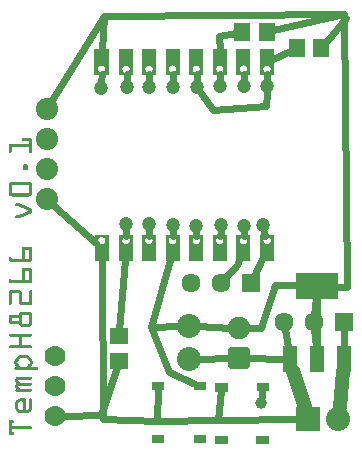
<source format=gtl>
G04 MADE WITH FRITZING*
G04 WWW.FRITZING.ORG*
G04 DOUBLE SIDED*
G04 HOLES PLATED*
G04 CONTOUR ON CENTER OF CONTOUR VECTOR*
%ASAXBY*%
%FSLAX23Y23*%
%MOIN*%
%OFA0B0*%
%SFA1.0B1.0*%
%ADD10C,0.063622*%
%ADD11C,0.080000*%
%ADD12C,0.047244*%
%ADD13C,0.039370*%
%ADD14C,0.069444*%
%ADD15C,0.075000*%
%ADD16C,0.073889*%
%ADD17R,0.063622X0.063622*%
%ADD18R,0.043307X0.027559*%
%ADD19R,0.055118X0.059055*%
%ADD20R,0.059055X0.055118*%
%ADD21R,0.048000X0.088000*%
%ADD22R,0.141732X0.086614*%
%ADD23R,0.080000X0.080000*%
%ADD24C,0.024000*%
%ADD25C,0.048000*%
%ADD26C,0.020000*%
%ADD27R,0.001000X0.001000*%
%LNCOPPER1*%
G90*
G70*
G54D10*
X838Y555D03*
X738Y555D03*
X638Y555D03*
X1149Y424D03*
X1049Y424D03*
X949Y424D03*
G54D11*
X632Y300D03*
X632Y410D03*
X632Y300D03*
X632Y410D03*
G54D12*
X426Y1208D03*
G54D13*
X874Y155D03*
G54D12*
X424Y751D03*
X500Y752D03*
X579Y748D03*
X656Y743D03*
X880Y746D03*
X738Y746D03*
X816Y743D03*
X341Y1204D03*
X578Y1207D03*
X660Y1206D03*
X735Y1209D03*
X816Y1209D03*
X894Y1210D03*
G54D14*
X186Y109D03*
X186Y209D03*
X186Y309D03*
X186Y109D03*
X186Y209D03*
X186Y309D03*
G54D12*
X501Y1206D03*
G54D15*
X799Y304D03*
X799Y404D03*
G54D16*
X158Y835D03*
X158Y935D03*
X158Y1035D03*
X158Y1135D03*
X158Y835D03*
X158Y935D03*
X158Y1035D03*
X158Y1135D03*
G54D11*
X1031Y100D03*
X1131Y100D03*
G54D17*
X838Y555D03*
X1149Y424D03*
G54D18*
X878Y206D03*
X531Y210D03*
X669Y210D03*
X669Y35D03*
X531Y35D03*
G54D19*
X992Y1337D03*
X1073Y1337D03*
G54D20*
X399Y295D03*
X399Y376D03*
G54D19*
X811Y1392D03*
X892Y1392D03*
G54D21*
X968Y300D03*
X1059Y300D03*
X1150Y300D03*
G54D22*
X1059Y544D03*
G54D23*
X1031Y100D03*
G54D24*
X792Y613D02*
X754Y572D01*
D02*
X800Y631D02*
X792Y613D01*
D02*
X875Y633D02*
X848Y576D01*
D02*
X1059Y339D02*
X1059Y506D01*
D02*
X1056Y506D02*
X1051Y446D01*
D02*
X1056Y339D02*
X1051Y401D01*
D02*
X962Y339D02*
X952Y401D01*
D02*
X1150Y339D02*
X1149Y401D01*
D02*
X893Y1251D02*
X894Y1233D01*
D02*
X888Y1143D02*
X892Y1187D01*
D02*
X735Y1251D02*
X735Y1232D01*
D02*
X815Y1251D02*
X815Y1232D01*
D02*
X659Y1251D02*
X659Y1229D01*
D02*
X887Y709D02*
X884Y724D01*
D02*
X815Y709D02*
X815Y720D01*
D02*
X737Y709D02*
X738Y723D01*
D02*
X657Y709D02*
X657Y720D01*
D02*
X579Y709D02*
X579Y725D01*
D02*
X500Y709D02*
X500Y729D01*
D02*
X424Y728D02*
X424Y709D01*
D02*
X578Y1230D02*
X578Y1251D01*
D02*
X341Y1227D02*
X342Y1251D01*
D02*
X507Y407D02*
X601Y409D01*
D02*
X663Y409D02*
X771Y405D01*
D02*
X663Y301D02*
X771Y303D01*
G54D25*
D02*
X1146Y262D02*
X1135Y142D01*
G54D24*
D02*
X1158Y539D02*
X1124Y541D01*
D02*
X920Y547D02*
X874Y405D01*
D02*
X874Y405D02*
X828Y405D01*
D02*
X994Y546D02*
X920Y547D01*
D02*
X950Y301D02*
X828Y304D01*
D02*
X1150Y1449D02*
X1158Y539D01*
D02*
X349Y1444D02*
X1150Y1449D01*
D02*
X344Y1329D02*
X349Y1444D01*
G54D25*
D02*
X980Y262D02*
X1018Y140D01*
G54D24*
D02*
X507Y407D02*
X568Y631D01*
D02*
X567Y258D02*
X507Y407D01*
D02*
X653Y218D02*
X567Y258D01*
D02*
X349Y1444D02*
X176Y1164D01*
D02*
X734Y1377D02*
X789Y1388D01*
D02*
X735Y1329D02*
X734Y1377D01*
D02*
X1150Y1449D02*
X914Y1397D01*
D02*
X420Y631D02*
X401Y398D01*
D02*
X324Y686D02*
X183Y812D01*
D02*
X912Y1299D02*
X970Y1326D01*
D02*
X1155Y1437D02*
X1092Y1361D01*
D02*
X712Y1132D02*
X673Y1187D01*
D02*
X888Y1143D02*
X712Y1132D01*
D02*
X730Y97D02*
X1000Y100D01*
D02*
X338Y113D02*
X392Y273D01*
D02*
X346Y99D02*
X343Y631D01*
D02*
X526Y95D02*
X346Y99D01*
D02*
X526Y95D02*
X730Y97D01*
D02*
X526Y95D02*
X531Y202D01*
D02*
X876Y174D02*
X877Y197D01*
D02*
X425Y1231D02*
X425Y1251D01*
D02*
X501Y1229D02*
X500Y1251D01*
D02*
X730Y97D02*
X740Y197D01*
D02*
X338Y113D02*
X212Y110D01*
G54D26*
X772Y332D02*
X827Y332D01*
X827Y277D01*
X772Y277D01*
X772Y332D01*
D02*
G36*
X719Y219D02*
X762Y219D01*
X762Y192D01*
X719Y192D01*
X719Y219D01*
G37*
D02*
G36*
X856Y44D02*
X900Y44D01*
X900Y17D01*
X856Y17D01*
X856Y44D01*
G37*
D02*
G36*
X719Y44D02*
X762Y44D01*
X762Y17D01*
X719Y17D01*
X719Y44D01*
G37*
D02*
G54D27*
X319Y1335D02*
X364Y1335D01*
X400Y1335D02*
X446Y1335D01*
X476Y1335D02*
X522Y1335D01*
X555Y1335D02*
X601Y1335D01*
X634Y1335D02*
X679Y1335D01*
X713Y1335D02*
X758Y1335D01*
X791Y1335D02*
X837Y1335D01*
X870Y1335D02*
X916Y1335D01*
X318Y1334D02*
X365Y1334D01*
X400Y1334D02*
X446Y1334D01*
X476Y1334D02*
X522Y1334D01*
X555Y1334D02*
X601Y1334D01*
X634Y1334D02*
X680Y1334D01*
X712Y1334D02*
X758Y1334D01*
X791Y1334D02*
X837Y1334D01*
X870Y1334D02*
X916Y1334D01*
X318Y1333D02*
X365Y1333D01*
X400Y1333D02*
X446Y1333D01*
X476Y1333D02*
X522Y1333D01*
X555Y1333D02*
X601Y1333D01*
X634Y1333D02*
X680Y1333D01*
X712Y1333D02*
X758Y1333D01*
X791Y1333D02*
X837Y1333D01*
X870Y1333D02*
X916Y1333D01*
X318Y1332D02*
X365Y1332D01*
X400Y1332D02*
X446Y1332D01*
X476Y1332D02*
X522Y1332D01*
X555Y1332D02*
X601Y1332D01*
X634Y1332D02*
X680Y1332D01*
X712Y1332D02*
X758Y1332D01*
X791Y1332D02*
X837Y1332D01*
X870Y1332D02*
X916Y1332D01*
X318Y1331D02*
X365Y1331D01*
X400Y1331D02*
X446Y1331D01*
X476Y1331D02*
X522Y1331D01*
X555Y1331D02*
X601Y1331D01*
X634Y1331D02*
X680Y1331D01*
X712Y1331D02*
X758Y1331D01*
X791Y1331D02*
X837Y1331D01*
X870Y1331D02*
X916Y1331D01*
X318Y1330D02*
X365Y1330D01*
X400Y1330D02*
X446Y1330D01*
X476Y1330D02*
X522Y1330D01*
X555Y1330D02*
X601Y1330D01*
X634Y1330D02*
X680Y1330D01*
X712Y1330D02*
X758Y1330D01*
X791Y1330D02*
X837Y1330D01*
X870Y1330D02*
X916Y1330D01*
X318Y1329D02*
X365Y1329D01*
X400Y1329D02*
X446Y1329D01*
X476Y1329D02*
X522Y1329D01*
X555Y1329D02*
X601Y1329D01*
X634Y1329D02*
X680Y1329D01*
X712Y1329D02*
X758Y1329D01*
X791Y1329D02*
X837Y1329D01*
X870Y1329D02*
X916Y1329D01*
X318Y1328D02*
X365Y1328D01*
X400Y1328D02*
X446Y1328D01*
X476Y1328D02*
X522Y1328D01*
X555Y1328D02*
X601Y1328D01*
X634Y1328D02*
X680Y1328D01*
X712Y1328D02*
X758Y1328D01*
X791Y1328D02*
X837Y1328D01*
X870Y1328D02*
X916Y1328D01*
X318Y1327D02*
X365Y1327D01*
X400Y1327D02*
X446Y1327D01*
X476Y1327D02*
X522Y1327D01*
X555Y1327D02*
X601Y1327D01*
X634Y1327D02*
X680Y1327D01*
X712Y1327D02*
X758Y1327D01*
X791Y1327D02*
X837Y1327D01*
X870Y1327D02*
X916Y1327D01*
X318Y1326D02*
X365Y1326D01*
X400Y1326D02*
X446Y1326D01*
X476Y1326D02*
X522Y1326D01*
X555Y1326D02*
X601Y1326D01*
X634Y1326D02*
X680Y1326D01*
X712Y1326D02*
X758Y1326D01*
X791Y1326D02*
X837Y1326D01*
X870Y1326D02*
X916Y1326D01*
X318Y1325D02*
X365Y1325D01*
X400Y1325D02*
X446Y1325D01*
X476Y1325D02*
X522Y1325D01*
X555Y1325D02*
X601Y1325D01*
X634Y1325D02*
X680Y1325D01*
X712Y1325D02*
X758Y1325D01*
X791Y1325D02*
X837Y1325D01*
X870Y1325D02*
X916Y1325D01*
X318Y1324D02*
X365Y1324D01*
X400Y1324D02*
X446Y1324D01*
X476Y1324D02*
X522Y1324D01*
X555Y1324D02*
X601Y1324D01*
X634Y1324D02*
X680Y1324D01*
X712Y1324D02*
X758Y1324D01*
X791Y1324D02*
X837Y1324D01*
X870Y1324D02*
X916Y1324D01*
X318Y1323D02*
X365Y1323D01*
X400Y1323D02*
X446Y1323D01*
X476Y1323D02*
X522Y1323D01*
X555Y1323D02*
X601Y1323D01*
X634Y1323D02*
X680Y1323D01*
X712Y1323D02*
X758Y1323D01*
X791Y1323D02*
X837Y1323D01*
X870Y1323D02*
X916Y1323D01*
X318Y1322D02*
X365Y1322D01*
X400Y1322D02*
X446Y1322D01*
X476Y1322D02*
X522Y1322D01*
X555Y1322D02*
X601Y1322D01*
X634Y1322D02*
X680Y1322D01*
X712Y1322D02*
X758Y1322D01*
X791Y1322D02*
X837Y1322D01*
X870Y1322D02*
X916Y1322D01*
X318Y1321D02*
X365Y1321D01*
X400Y1321D02*
X446Y1321D01*
X476Y1321D02*
X522Y1321D01*
X555Y1321D02*
X601Y1321D01*
X634Y1321D02*
X680Y1321D01*
X712Y1321D02*
X758Y1321D01*
X791Y1321D02*
X837Y1321D01*
X870Y1321D02*
X916Y1321D01*
X318Y1320D02*
X365Y1320D01*
X400Y1320D02*
X446Y1320D01*
X476Y1320D02*
X522Y1320D01*
X555Y1320D02*
X601Y1320D01*
X634Y1320D02*
X680Y1320D01*
X712Y1320D02*
X758Y1320D01*
X791Y1320D02*
X837Y1320D01*
X870Y1320D02*
X916Y1320D01*
X318Y1319D02*
X365Y1319D01*
X400Y1319D02*
X446Y1319D01*
X476Y1319D02*
X522Y1319D01*
X555Y1319D02*
X601Y1319D01*
X634Y1319D02*
X680Y1319D01*
X712Y1319D02*
X758Y1319D01*
X791Y1319D02*
X837Y1319D01*
X870Y1319D02*
X916Y1319D01*
X318Y1318D02*
X365Y1318D01*
X400Y1318D02*
X446Y1318D01*
X476Y1318D02*
X522Y1318D01*
X555Y1318D02*
X601Y1318D01*
X634Y1318D02*
X680Y1318D01*
X712Y1318D02*
X758Y1318D01*
X791Y1318D02*
X837Y1318D01*
X870Y1318D02*
X916Y1318D01*
X318Y1317D02*
X365Y1317D01*
X400Y1317D02*
X446Y1317D01*
X476Y1317D02*
X522Y1317D01*
X555Y1317D02*
X601Y1317D01*
X634Y1317D02*
X680Y1317D01*
X712Y1317D02*
X758Y1317D01*
X791Y1317D02*
X837Y1317D01*
X870Y1317D02*
X916Y1317D01*
X318Y1316D02*
X365Y1316D01*
X400Y1316D02*
X446Y1316D01*
X476Y1316D02*
X522Y1316D01*
X555Y1316D02*
X601Y1316D01*
X634Y1316D02*
X680Y1316D01*
X712Y1316D02*
X758Y1316D01*
X791Y1316D02*
X837Y1316D01*
X870Y1316D02*
X916Y1316D01*
X318Y1315D02*
X365Y1315D01*
X400Y1315D02*
X446Y1315D01*
X476Y1315D02*
X522Y1315D01*
X555Y1315D02*
X601Y1315D01*
X634Y1315D02*
X680Y1315D01*
X712Y1315D02*
X758Y1315D01*
X791Y1315D02*
X837Y1315D01*
X870Y1315D02*
X916Y1315D01*
X318Y1314D02*
X365Y1314D01*
X400Y1314D02*
X446Y1314D01*
X476Y1314D02*
X522Y1314D01*
X555Y1314D02*
X601Y1314D01*
X634Y1314D02*
X680Y1314D01*
X712Y1314D02*
X758Y1314D01*
X791Y1314D02*
X837Y1314D01*
X870Y1314D02*
X916Y1314D01*
X318Y1313D02*
X365Y1313D01*
X400Y1313D02*
X446Y1313D01*
X476Y1313D02*
X522Y1313D01*
X555Y1313D02*
X601Y1313D01*
X634Y1313D02*
X680Y1313D01*
X712Y1313D02*
X758Y1313D01*
X791Y1313D02*
X837Y1313D01*
X870Y1313D02*
X916Y1313D01*
X318Y1312D02*
X365Y1312D01*
X400Y1312D02*
X446Y1312D01*
X476Y1312D02*
X522Y1312D01*
X555Y1312D02*
X601Y1312D01*
X634Y1312D02*
X680Y1312D01*
X712Y1312D02*
X758Y1312D01*
X791Y1312D02*
X837Y1312D01*
X870Y1312D02*
X916Y1312D01*
X318Y1311D02*
X365Y1311D01*
X400Y1311D02*
X446Y1311D01*
X476Y1311D02*
X522Y1311D01*
X555Y1311D02*
X601Y1311D01*
X634Y1311D02*
X680Y1311D01*
X712Y1311D02*
X758Y1311D01*
X791Y1311D02*
X837Y1311D01*
X870Y1311D02*
X916Y1311D01*
X318Y1310D02*
X365Y1310D01*
X400Y1310D02*
X446Y1310D01*
X476Y1310D02*
X522Y1310D01*
X555Y1310D02*
X601Y1310D01*
X634Y1310D02*
X680Y1310D01*
X712Y1310D02*
X758Y1310D01*
X791Y1310D02*
X837Y1310D01*
X870Y1310D02*
X916Y1310D01*
X318Y1309D02*
X365Y1309D01*
X400Y1309D02*
X446Y1309D01*
X476Y1309D02*
X522Y1309D01*
X555Y1309D02*
X601Y1309D01*
X634Y1309D02*
X680Y1309D01*
X712Y1309D02*
X758Y1309D01*
X791Y1309D02*
X837Y1309D01*
X870Y1309D02*
X916Y1309D01*
X318Y1308D02*
X365Y1308D01*
X400Y1308D02*
X446Y1308D01*
X476Y1308D02*
X522Y1308D01*
X555Y1308D02*
X601Y1308D01*
X634Y1308D02*
X680Y1308D01*
X712Y1308D02*
X758Y1308D01*
X791Y1308D02*
X837Y1308D01*
X870Y1308D02*
X916Y1308D01*
X318Y1307D02*
X365Y1307D01*
X400Y1307D02*
X446Y1307D01*
X476Y1307D02*
X522Y1307D01*
X555Y1307D02*
X601Y1307D01*
X634Y1307D02*
X680Y1307D01*
X712Y1307D02*
X758Y1307D01*
X791Y1307D02*
X837Y1307D01*
X870Y1307D02*
X916Y1307D01*
X318Y1306D02*
X365Y1306D01*
X400Y1306D02*
X446Y1306D01*
X476Y1306D02*
X522Y1306D01*
X555Y1306D02*
X601Y1306D01*
X634Y1306D02*
X680Y1306D01*
X712Y1306D02*
X758Y1306D01*
X791Y1306D02*
X837Y1306D01*
X870Y1306D02*
X916Y1306D01*
X318Y1305D02*
X365Y1305D01*
X400Y1305D02*
X446Y1305D01*
X476Y1305D02*
X522Y1305D01*
X555Y1305D02*
X601Y1305D01*
X634Y1305D02*
X680Y1305D01*
X712Y1305D02*
X758Y1305D01*
X791Y1305D02*
X837Y1305D01*
X870Y1305D02*
X916Y1305D01*
X318Y1304D02*
X365Y1304D01*
X400Y1304D02*
X446Y1304D01*
X476Y1304D02*
X522Y1304D01*
X555Y1304D02*
X601Y1304D01*
X634Y1304D02*
X680Y1304D01*
X712Y1304D02*
X758Y1304D01*
X791Y1304D02*
X837Y1304D01*
X870Y1304D02*
X916Y1304D01*
X318Y1303D02*
X365Y1303D01*
X400Y1303D02*
X446Y1303D01*
X476Y1303D02*
X522Y1303D01*
X555Y1303D02*
X601Y1303D01*
X634Y1303D02*
X680Y1303D01*
X712Y1303D02*
X758Y1303D01*
X791Y1303D02*
X837Y1303D01*
X870Y1303D02*
X916Y1303D01*
X318Y1302D02*
X365Y1302D01*
X400Y1302D02*
X446Y1302D01*
X476Y1302D02*
X522Y1302D01*
X555Y1302D02*
X601Y1302D01*
X634Y1302D02*
X680Y1302D01*
X712Y1302D02*
X758Y1302D01*
X791Y1302D02*
X837Y1302D01*
X870Y1302D02*
X916Y1302D01*
X318Y1301D02*
X365Y1301D01*
X400Y1301D02*
X446Y1301D01*
X476Y1301D02*
X522Y1301D01*
X555Y1301D02*
X601Y1301D01*
X634Y1301D02*
X680Y1301D01*
X712Y1301D02*
X758Y1301D01*
X791Y1301D02*
X837Y1301D01*
X870Y1301D02*
X916Y1301D01*
X318Y1300D02*
X365Y1300D01*
X400Y1300D02*
X446Y1300D01*
X476Y1300D02*
X522Y1300D01*
X555Y1300D02*
X601Y1300D01*
X634Y1300D02*
X680Y1300D01*
X712Y1300D02*
X758Y1300D01*
X791Y1300D02*
X837Y1300D01*
X870Y1300D02*
X916Y1300D01*
X318Y1299D02*
X365Y1299D01*
X400Y1299D02*
X446Y1299D01*
X476Y1299D02*
X522Y1299D01*
X555Y1299D02*
X601Y1299D01*
X634Y1299D02*
X680Y1299D01*
X712Y1299D02*
X758Y1299D01*
X791Y1299D02*
X837Y1299D01*
X870Y1299D02*
X916Y1299D01*
X318Y1298D02*
X365Y1298D01*
X400Y1298D02*
X446Y1298D01*
X476Y1298D02*
X522Y1298D01*
X555Y1298D02*
X601Y1298D01*
X634Y1298D02*
X680Y1298D01*
X712Y1298D02*
X758Y1298D01*
X791Y1298D02*
X837Y1298D01*
X870Y1298D02*
X916Y1298D01*
X318Y1297D02*
X365Y1297D01*
X400Y1297D02*
X446Y1297D01*
X476Y1297D02*
X522Y1297D01*
X555Y1297D02*
X601Y1297D01*
X634Y1297D02*
X680Y1297D01*
X712Y1297D02*
X758Y1297D01*
X791Y1297D02*
X837Y1297D01*
X870Y1297D02*
X916Y1297D01*
X318Y1296D02*
X365Y1296D01*
X400Y1296D02*
X446Y1296D01*
X476Y1296D02*
X522Y1296D01*
X555Y1296D02*
X601Y1296D01*
X634Y1296D02*
X680Y1296D01*
X712Y1296D02*
X758Y1296D01*
X791Y1296D02*
X837Y1296D01*
X870Y1296D02*
X916Y1296D01*
X318Y1295D02*
X365Y1295D01*
X400Y1295D02*
X446Y1295D01*
X476Y1295D02*
X522Y1295D01*
X555Y1295D02*
X601Y1295D01*
X634Y1295D02*
X680Y1295D01*
X712Y1295D02*
X758Y1295D01*
X791Y1295D02*
X837Y1295D01*
X870Y1295D02*
X916Y1295D01*
X318Y1294D02*
X365Y1294D01*
X400Y1294D02*
X446Y1294D01*
X476Y1294D02*
X522Y1294D01*
X555Y1294D02*
X601Y1294D01*
X634Y1294D02*
X680Y1294D01*
X712Y1294D02*
X758Y1294D01*
X791Y1294D02*
X837Y1294D01*
X870Y1294D02*
X916Y1294D01*
X318Y1293D02*
X365Y1293D01*
X400Y1293D02*
X446Y1293D01*
X476Y1293D02*
X522Y1293D01*
X555Y1293D02*
X601Y1293D01*
X634Y1293D02*
X680Y1293D01*
X712Y1293D02*
X758Y1293D01*
X791Y1293D02*
X837Y1293D01*
X870Y1293D02*
X916Y1293D01*
X318Y1292D02*
X365Y1292D01*
X400Y1292D02*
X446Y1292D01*
X476Y1292D02*
X522Y1292D01*
X555Y1292D02*
X601Y1292D01*
X634Y1292D02*
X680Y1292D01*
X712Y1292D02*
X758Y1292D01*
X791Y1292D02*
X837Y1292D01*
X870Y1292D02*
X916Y1292D01*
X318Y1291D02*
X365Y1291D01*
X400Y1291D02*
X446Y1291D01*
X476Y1291D02*
X522Y1291D01*
X555Y1291D02*
X601Y1291D01*
X634Y1291D02*
X680Y1291D01*
X712Y1291D02*
X758Y1291D01*
X791Y1291D02*
X837Y1291D01*
X870Y1291D02*
X916Y1291D01*
X318Y1290D02*
X365Y1290D01*
X400Y1290D02*
X446Y1290D01*
X476Y1290D02*
X522Y1290D01*
X555Y1290D02*
X601Y1290D01*
X634Y1290D02*
X680Y1290D01*
X712Y1290D02*
X758Y1290D01*
X791Y1290D02*
X837Y1290D01*
X870Y1290D02*
X916Y1290D01*
X318Y1289D02*
X365Y1289D01*
X400Y1289D02*
X446Y1289D01*
X476Y1289D02*
X522Y1289D01*
X555Y1289D02*
X601Y1289D01*
X634Y1289D02*
X680Y1289D01*
X712Y1289D02*
X758Y1289D01*
X791Y1289D02*
X837Y1289D01*
X870Y1289D02*
X916Y1289D01*
X318Y1288D02*
X365Y1288D01*
X400Y1288D02*
X446Y1288D01*
X476Y1288D02*
X522Y1288D01*
X555Y1288D02*
X601Y1288D01*
X634Y1288D02*
X680Y1288D01*
X712Y1288D02*
X758Y1288D01*
X791Y1288D02*
X837Y1288D01*
X870Y1288D02*
X916Y1288D01*
X318Y1287D02*
X365Y1287D01*
X400Y1287D02*
X446Y1287D01*
X476Y1287D02*
X522Y1287D01*
X555Y1287D02*
X601Y1287D01*
X634Y1287D02*
X680Y1287D01*
X712Y1287D02*
X758Y1287D01*
X791Y1287D02*
X837Y1287D01*
X870Y1287D02*
X916Y1287D01*
X318Y1286D02*
X365Y1286D01*
X400Y1286D02*
X446Y1286D01*
X476Y1286D02*
X522Y1286D01*
X555Y1286D02*
X601Y1286D01*
X634Y1286D02*
X680Y1286D01*
X712Y1286D02*
X758Y1286D01*
X791Y1286D02*
X837Y1286D01*
X870Y1286D02*
X916Y1286D01*
X318Y1285D02*
X365Y1285D01*
X400Y1285D02*
X446Y1285D01*
X476Y1285D02*
X522Y1285D01*
X555Y1285D02*
X601Y1285D01*
X634Y1285D02*
X680Y1285D01*
X712Y1285D02*
X758Y1285D01*
X791Y1285D02*
X837Y1285D01*
X870Y1285D02*
X916Y1285D01*
X318Y1284D02*
X365Y1284D01*
X400Y1284D02*
X446Y1284D01*
X476Y1284D02*
X522Y1284D01*
X555Y1284D02*
X601Y1284D01*
X634Y1284D02*
X680Y1284D01*
X712Y1284D02*
X758Y1284D01*
X791Y1284D02*
X837Y1284D01*
X870Y1284D02*
X916Y1284D01*
X318Y1283D02*
X365Y1283D01*
X400Y1283D02*
X446Y1283D01*
X476Y1283D02*
X522Y1283D01*
X555Y1283D02*
X601Y1283D01*
X634Y1283D02*
X680Y1283D01*
X712Y1283D02*
X758Y1283D01*
X791Y1283D02*
X837Y1283D01*
X870Y1283D02*
X916Y1283D01*
X318Y1282D02*
X365Y1282D01*
X400Y1282D02*
X446Y1282D01*
X476Y1282D02*
X522Y1282D01*
X555Y1282D02*
X601Y1282D01*
X634Y1282D02*
X680Y1282D01*
X712Y1282D02*
X758Y1282D01*
X791Y1282D02*
X837Y1282D01*
X870Y1282D02*
X916Y1282D01*
X318Y1281D02*
X365Y1281D01*
X400Y1281D02*
X446Y1281D01*
X476Y1281D02*
X522Y1281D01*
X555Y1281D02*
X601Y1281D01*
X634Y1281D02*
X680Y1281D01*
X712Y1281D02*
X758Y1281D01*
X791Y1281D02*
X837Y1281D01*
X870Y1281D02*
X916Y1281D01*
X318Y1280D02*
X365Y1280D01*
X400Y1280D02*
X446Y1280D01*
X476Y1280D02*
X522Y1280D01*
X555Y1280D02*
X601Y1280D01*
X634Y1280D02*
X680Y1280D01*
X712Y1280D02*
X758Y1280D01*
X791Y1280D02*
X837Y1280D01*
X870Y1280D02*
X916Y1280D01*
X318Y1279D02*
X365Y1279D01*
X400Y1279D02*
X421Y1279D01*
X424Y1279D02*
X446Y1279D01*
X476Y1279D02*
X498Y1279D01*
X501Y1279D02*
X522Y1279D01*
X555Y1279D02*
X577Y1279D01*
X579Y1279D02*
X601Y1279D01*
X634Y1279D02*
X680Y1279D01*
X712Y1279D02*
X758Y1279D01*
X791Y1279D02*
X813Y1279D01*
X816Y1279D02*
X837Y1279D01*
X870Y1279D02*
X892Y1279D01*
X894Y1279D02*
X916Y1279D01*
X318Y1278D02*
X336Y1278D01*
X347Y1278D02*
X365Y1278D01*
X400Y1278D02*
X417Y1278D01*
X428Y1278D02*
X446Y1278D01*
X476Y1278D02*
X494Y1278D01*
X505Y1278D02*
X522Y1278D01*
X555Y1278D02*
X573Y1278D01*
X583Y1278D02*
X601Y1278D01*
X634Y1278D02*
X651Y1278D01*
X662Y1278D02*
X680Y1278D01*
X712Y1278D02*
X730Y1278D01*
X741Y1278D02*
X758Y1278D01*
X791Y1278D02*
X809Y1278D01*
X820Y1278D02*
X837Y1278D01*
X870Y1278D02*
X887Y1278D01*
X898Y1278D02*
X916Y1278D01*
X318Y1277D02*
X334Y1277D01*
X349Y1277D02*
X365Y1277D01*
X400Y1277D02*
X415Y1277D01*
X430Y1277D02*
X446Y1277D01*
X476Y1277D02*
X492Y1277D01*
X506Y1277D02*
X522Y1277D01*
X555Y1277D02*
X571Y1277D01*
X585Y1277D02*
X601Y1277D01*
X634Y1277D02*
X649Y1277D01*
X664Y1277D02*
X680Y1277D01*
X712Y1277D02*
X728Y1277D01*
X742Y1277D02*
X758Y1277D01*
X791Y1277D02*
X807Y1277D01*
X821Y1277D02*
X837Y1277D01*
X870Y1277D02*
X886Y1277D01*
X900Y1277D02*
X916Y1277D01*
X318Y1276D02*
X333Y1276D01*
X350Y1276D02*
X365Y1276D01*
X400Y1276D02*
X414Y1276D01*
X431Y1276D02*
X446Y1276D01*
X476Y1276D02*
X491Y1276D01*
X508Y1276D02*
X522Y1276D01*
X555Y1276D02*
X569Y1276D01*
X586Y1276D02*
X601Y1276D01*
X634Y1276D02*
X648Y1276D01*
X665Y1276D02*
X680Y1276D01*
X712Y1276D02*
X727Y1276D01*
X744Y1276D02*
X758Y1276D01*
X791Y1276D02*
X806Y1276D01*
X823Y1276D02*
X837Y1276D01*
X870Y1276D02*
X884Y1276D01*
X901Y1276D02*
X916Y1276D01*
X318Y1275D02*
X332Y1275D01*
X351Y1275D02*
X365Y1275D01*
X400Y1275D02*
X413Y1275D01*
X432Y1275D02*
X446Y1275D01*
X476Y1275D02*
X490Y1275D01*
X509Y1275D02*
X522Y1275D01*
X555Y1275D02*
X568Y1275D01*
X587Y1275D02*
X601Y1275D01*
X634Y1275D02*
X647Y1275D01*
X666Y1275D02*
X680Y1275D01*
X712Y1275D02*
X726Y1275D01*
X745Y1275D02*
X758Y1275D01*
X791Y1275D02*
X805Y1275D01*
X824Y1275D02*
X837Y1275D01*
X870Y1275D02*
X883Y1275D01*
X902Y1275D02*
X916Y1275D01*
X318Y1274D02*
X331Y1274D01*
X352Y1274D02*
X365Y1274D01*
X400Y1274D02*
X412Y1274D01*
X433Y1274D02*
X446Y1274D01*
X476Y1274D02*
X489Y1274D01*
X510Y1274D02*
X522Y1274D01*
X555Y1274D02*
X568Y1274D01*
X588Y1274D02*
X601Y1274D01*
X634Y1274D02*
X646Y1274D01*
X667Y1274D02*
X680Y1274D01*
X712Y1274D02*
X725Y1274D01*
X746Y1274D02*
X758Y1274D01*
X791Y1274D02*
X804Y1274D01*
X824Y1274D02*
X837Y1274D01*
X870Y1274D02*
X883Y1274D01*
X903Y1274D02*
X916Y1274D01*
X318Y1273D02*
X331Y1273D01*
X353Y1273D02*
X365Y1273D01*
X400Y1273D02*
X412Y1273D01*
X434Y1273D02*
X446Y1273D01*
X476Y1273D02*
X488Y1273D01*
X510Y1273D02*
X522Y1273D01*
X555Y1273D02*
X567Y1273D01*
X589Y1273D02*
X601Y1273D01*
X634Y1273D02*
X646Y1273D01*
X668Y1273D02*
X680Y1273D01*
X712Y1273D02*
X724Y1273D01*
X746Y1273D02*
X758Y1273D01*
X791Y1273D02*
X803Y1273D01*
X825Y1273D02*
X837Y1273D01*
X870Y1273D02*
X882Y1273D01*
X904Y1273D02*
X916Y1273D01*
X318Y1272D02*
X330Y1272D01*
X353Y1272D02*
X365Y1272D01*
X400Y1272D02*
X411Y1272D01*
X434Y1272D02*
X446Y1272D01*
X476Y1272D02*
X488Y1272D01*
X511Y1272D02*
X522Y1272D01*
X555Y1272D02*
X566Y1272D01*
X589Y1272D02*
X601Y1272D01*
X634Y1272D02*
X645Y1272D01*
X668Y1272D02*
X680Y1272D01*
X712Y1272D02*
X724Y1272D01*
X747Y1272D02*
X758Y1272D01*
X791Y1272D02*
X803Y1272D01*
X826Y1272D02*
X837Y1272D01*
X870Y1272D02*
X881Y1272D01*
X904Y1272D02*
X916Y1272D01*
X318Y1271D02*
X330Y1271D01*
X354Y1271D02*
X365Y1271D01*
X400Y1271D02*
X411Y1271D01*
X435Y1271D02*
X446Y1271D01*
X476Y1271D02*
X487Y1271D01*
X511Y1271D02*
X522Y1271D01*
X555Y1271D02*
X566Y1271D01*
X590Y1271D02*
X601Y1271D01*
X634Y1271D02*
X645Y1271D01*
X669Y1271D02*
X680Y1271D01*
X712Y1271D02*
X723Y1271D01*
X747Y1271D02*
X758Y1271D01*
X791Y1271D02*
X802Y1271D01*
X826Y1271D02*
X837Y1271D01*
X870Y1271D02*
X881Y1271D01*
X905Y1271D02*
X916Y1271D01*
X318Y1270D02*
X329Y1270D01*
X354Y1270D02*
X365Y1270D01*
X400Y1270D02*
X410Y1270D01*
X435Y1270D02*
X446Y1270D01*
X476Y1270D02*
X487Y1270D01*
X511Y1270D02*
X522Y1270D01*
X555Y1270D02*
X566Y1270D01*
X590Y1270D02*
X601Y1270D01*
X634Y1270D02*
X644Y1270D01*
X669Y1270D02*
X680Y1270D01*
X712Y1270D02*
X723Y1270D01*
X748Y1270D02*
X758Y1270D01*
X791Y1270D02*
X802Y1270D01*
X826Y1270D02*
X837Y1270D01*
X870Y1270D02*
X881Y1270D01*
X905Y1270D02*
X916Y1270D01*
X318Y1269D02*
X329Y1269D01*
X354Y1269D02*
X365Y1269D01*
X400Y1269D02*
X410Y1269D01*
X435Y1269D02*
X446Y1269D01*
X476Y1269D02*
X487Y1269D01*
X512Y1269D02*
X522Y1269D01*
X555Y1269D02*
X565Y1269D01*
X590Y1269D02*
X601Y1269D01*
X634Y1269D02*
X644Y1269D01*
X669Y1269D02*
X680Y1269D01*
X712Y1269D02*
X723Y1269D01*
X748Y1269D02*
X758Y1269D01*
X791Y1269D02*
X802Y1269D01*
X827Y1269D02*
X837Y1269D01*
X870Y1269D02*
X880Y1269D01*
X905Y1269D02*
X916Y1269D01*
X318Y1268D02*
X329Y1268D01*
X354Y1268D02*
X365Y1268D01*
X400Y1268D02*
X410Y1268D01*
X435Y1268D02*
X446Y1268D01*
X476Y1268D02*
X487Y1268D01*
X512Y1268D02*
X522Y1268D01*
X555Y1268D02*
X565Y1268D01*
X590Y1268D02*
X601Y1268D01*
X634Y1268D02*
X644Y1268D01*
X669Y1268D02*
X680Y1268D01*
X712Y1268D02*
X723Y1268D01*
X748Y1268D02*
X758Y1268D01*
X791Y1268D02*
X802Y1268D01*
X827Y1268D02*
X837Y1268D01*
X870Y1268D02*
X880Y1268D01*
X905Y1268D02*
X916Y1268D01*
X318Y1267D02*
X329Y1267D01*
X354Y1267D02*
X365Y1267D01*
X400Y1267D02*
X410Y1267D01*
X435Y1267D02*
X446Y1267D01*
X476Y1267D02*
X487Y1267D01*
X512Y1267D02*
X522Y1267D01*
X555Y1267D02*
X565Y1267D01*
X590Y1267D02*
X601Y1267D01*
X634Y1267D02*
X644Y1267D01*
X669Y1267D02*
X680Y1267D01*
X712Y1267D02*
X723Y1267D01*
X748Y1267D02*
X758Y1267D01*
X791Y1267D02*
X801Y1267D01*
X827Y1267D02*
X837Y1267D01*
X870Y1267D02*
X880Y1267D01*
X906Y1267D02*
X916Y1267D01*
X318Y1266D02*
X329Y1266D01*
X354Y1266D02*
X365Y1266D01*
X400Y1266D02*
X410Y1266D01*
X435Y1266D02*
X446Y1266D01*
X476Y1266D02*
X487Y1266D01*
X512Y1266D02*
X522Y1266D01*
X555Y1266D02*
X565Y1266D01*
X590Y1266D02*
X601Y1266D01*
X634Y1266D02*
X644Y1266D01*
X669Y1266D02*
X680Y1266D01*
X712Y1266D02*
X723Y1266D01*
X748Y1266D02*
X758Y1266D01*
X791Y1266D02*
X802Y1266D01*
X827Y1266D02*
X837Y1266D01*
X870Y1266D02*
X880Y1266D01*
X905Y1266D02*
X916Y1266D01*
X318Y1265D02*
X329Y1265D01*
X354Y1265D02*
X365Y1265D01*
X400Y1265D02*
X410Y1265D01*
X435Y1265D02*
X446Y1265D01*
X476Y1265D02*
X487Y1265D01*
X512Y1265D02*
X522Y1265D01*
X555Y1265D02*
X565Y1265D01*
X590Y1265D02*
X601Y1265D01*
X634Y1265D02*
X644Y1265D01*
X669Y1265D02*
X680Y1265D01*
X712Y1265D02*
X723Y1265D01*
X748Y1265D02*
X758Y1265D01*
X791Y1265D02*
X802Y1265D01*
X827Y1265D02*
X837Y1265D01*
X870Y1265D02*
X880Y1265D01*
X905Y1265D02*
X916Y1265D01*
X318Y1264D02*
X329Y1264D01*
X354Y1264D02*
X365Y1264D01*
X400Y1264D02*
X410Y1264D01*
X435Y1264D02*
X446Y1264D01*
X476Y1264D02*
X487Y1264D01*
X511Y1264D02*
X522Y1264D01*
X555Y1264D02*
X566Y1264D01*
X590Y1264D02*
X601Y1264D01*
X634Y1264D02*
X644Y1264D01*
X669Y1264D02*
X680Y1264D01*
X712Y1264D02*
X723Y1264D01*
X748Y1264D02*
X758Y1264D01*
X791Y1264D02*
X802Y1264D01*
X826Y1264D02*
X837Y1264D01*
X870Y1264D02*
X881Y1264D01*
X905Y1264D02*
X916Y1264D01*
X318Y1263D02*
X330Y1263D01*
X354Y1263D02*
X365Y1263D01*
X400Y1263D02*
X411Y1263D01*
X435Y1263D02*
X446Y1263D01*
X476Y1263D02*
X487Y1263D01*
X511Y1263D02*
X522Y1263D01*
X555Y1263D02*
X566Y1263D01*
X590Y1263D02*
X601Y1263D01*
X634Y1263D02*
X645Y1263D01*
X669Y1263D02*
X680Y1263D01*
X712Y1263D02*
X723Y1263D01*
X747Y1263D02*
X758Y1263D01*
X791Y1263D02*
X802Y1263D01*
X826Y1263D02*
X837Y1263D01*
X870Y1263D02*
X881Y1263D01*
X905Y1263D02*
X916Y1263D01*
X318Y1262D02*
X330Y1262D01*
X353Y1262D02*
X365Y1262D01*
X400Y1262D02*
X411Y1262D01*
X434Y1262D02*
X446Y1262D01*
X476Y1262D02*
X488Y1262D01*
X511Y1262D02*
X522Y1262D01*
X555Y1262D02*
X566Y1262D01*
X589Y1262D02*
X601Y1262D01*
X634Y1262D02*
X645Y1262D01*
X668Y1262D02*
X680Y1262D01*
X712Y1262D02*
X724Y1262D01*
X747Y1262D02*
X758Y1262D01*
X791Y1262D02*
X803Y1262D01*
X826Y1262D02*
X837Y1262D01*
X870Y1262D02*
X881Y1262D01*
X904Y1262D02*
X916Y1262D01*
X318Y1261D02*
X331Y1261D01*
X353Y1261D02*
X365Y1261D01*
X400Y1261D02*
X412Y1261D01*
X434Y1261D02*
X446Y1261D01*
X476Y1261D02*
X488Y1261D01*
X510Y1261D02*
X522Y1261D01*
X555Y1261D02*
X567Y1261D01*
X589Y1261D02*
X601Y1261D01*
X634Y1261D02*
X646Y1261D01*
X668Y1261D02*
X680Y1261D01*
X712Y1261D02*
X724Y1261D01*
X746Y1261D02*
X758Y1261D01*
X791Y1261D02*
X803Y1261D01*
X825Y1261D02*
X837Y1261D01*
X870Y1261D02*
X882Y1261D01*
X904Y1261D02*
X916Y1261D01*
X318Y1260D02*
X331Y1260D01*
X352Y1260D02*
X365Y1260D01*
X400Y1260D02*
X412Y1260D01*
X433Y1260D02*
X446Y1260D01*
X476Y1260D02*
X489Y1260D01*
X510Y1260D02*
X522Y1260D01*
X555Y1260D02*
X567Y1260D01*
X588Y1260D02*
X601Y1260D01*
X634Y1260D02*
X646Y1260D01*
X667Y1260D02*
X680Y1260D01*
X712Y1260D02*
X725Y1260D01*
X746Y1260D02*
X758Y1260D01*
X791Y1260D02*
X804Y1260D01*
X825Y1260D02*
X837Y1260D01*
X870Y1260D02*
X883Y1260D01*
X903Y1260D02*
X916Y1260D01*
X318Y1259D02*
X332Y1259D01*
X351Y1259D02*
X365Y1259D01*
X400Y1259D02*
X413Y1259D01*
X432Y1259D02*
X446Y1259D01*
X476Y1259D02*
X490Y1259D01*
X509Y1259D02*
X522Y1259D01*
X555Y1259D02*
X568Y1259D01*
X588Y1259D02*
X601Y1259D01*
X634Y1259D02*
X647Y1259D01*
X666Y1259D02*
X680Y1259D01*
X712Y1259D02*
X726Y1259D01*
X745Y1259D02*
X758Y1259D01*
X791Y1259D02*
X804Y1259D01*
X824Y1259D02*
X837Y1259D01*
X870Y1259D02*
X883Y1259D01*
X903Y1259D02*
X916Y1259D01*
X318Y1258D02*
X333Y1258D01*
X350Y1258D02*
X365Y1258D01*
X400Y1258D02*
X414Y1258D01*
X431Y1258D02*
X446Y1258D01*
X476Y1258D02*
X491Y1258D01*
X508Y1258D02*
X522Y1258D01*
X555Y1258D02*
X569Y1258D01*
X587Y1258D02*
X601Y1258D01*
X634Y1258D02*
X648Y1258D01*
X665Y1258D02*
X680Y1258D01*
X712Y1258D02*
X727Y1258D01*
X744Y1258D02*
X758Y1258D01*
X791Y1258D02*
X805Y1258D01*
X823Y1258D02*
X837Y1258D01*
X870Y1258D02*
X884Y1258D01*
X902Y1258D02*
X916Y1258D01*
X318Y1257D02*
X334Y1257D01*
X349Y1257D02*
X365Y1257D01*
X400Y1257D02*
X415Y1257D01*
X430Y1257D02*
X446Y1257D01*
X476Y1257D02*
X492Y1257D01*
X507Y1257D02*
X522Y1257D01*
X555Y1257D02*
X570Y1257D01*
X585Y1257D02*
X601Y1257D01*
X634Y1257D02*
X649Y1257D01*
X664Y1257D02*
X680Y1257D01*
X712Y1257D02*
X728Y1257D01*
X743Y1257D02*
X758Y1257D01*
X791Y1257D02*
X807Y1257D01*
X821Y1257D02*
X837Y1257D01*
X870Y1257D02*
X886Y1257D01*
X900Y1257D02*
X916Y1257D01*
X318Y1256D02*
X336Y1256D01*
X347Y1256D02*
X365Y1256D01*
X400Y1256D02*
X417Y1256D01*
X428Y1256D02*
X446Y1256D01*
X476Y1256D02*
X494Y1256D01*
X505Y1256D02*
X522Y1256D01*
X555Y1256D02*
X572Y1256D01*
X584Y1256D02*
X601Y1256D01*
X634Y1256D02*
X651Y1256D01*
X662Y1256D02*
X680Y1256D01*
X712Y1256D02*
X730Y1256D01*
X741Y1256D02*
X758Y1256D01*
X791Y1256D02*
X808Y1256D01*
X820Y1256D02*
X837Y1256D01*
X870Y1256D02*
X887Y1256D01*
X899Y1256D02*
X916Y1256D01*
X318Y1255D02*
X339Y1255D01*
X344Y1255D02*
X365Y1255D01*
X400Y1255D02*
X420Y1255D01*
X425Y1255D02*
X446Y1255D01*
X476Y1255D02*
X497Y1255D01*
X502Y1255D02*
X522Y1255D01*
X555Y1255D02*
X575Y1255D01*
X581Y1255D02*
X601Y1255D01*
X634Y1255D02*
X654Y1255D01*
X659Y1255D02*
X680Y1255D01*
X712Y1255D02*
X733Y1255D01*
X738Y1255D02*
X758Y1255D01*
X791Y1255D02*
X812Y1255D01*
X816Y1255D02*
X837Y1255D01*
X870Y1255D02*
X891Y1255D01*
X895Y1255D02*
X916Y1255D01*
X318Y1254D02*
X365Y1254D01*
X400Y1254D02*
X446Y1254D01*
X476Y1254D02*
X522Y1254D01*
X555Y1254D02*
X601Y1254D01*
X634Y1254D02*
X680Y1254D01*
X712Y1254D02*
X758Y1254D01*
X791Y1254D02*
X837Y1254D01*
X870Y1254D02*
X916Y1254D01*
X318Y1253D02*
X365Y1253D01*
X400Y1253D02*
X446Y1253D01*
X476Y1253D02*
X522Y1253D01*
X555Y1253D02*
X601Y1253D01*
X634Y1253D02*
X680Y1253D01*
X712Y1253D02*
X758Y1253D01*
X791Y1253D02*
X837Y1253D01*
X870Y1253D02*
X916Y1253D01*
X318Y1252D02*
X365Y1252D01*
X400Y1252D02*
X446Y1252D01*
X476Y1252D02*
X522Y1252D01*
X555Y1252D02*
X601Y1252D01*
X634Y1252D02*
X680Y1252D01*
X712Y1252D02*
X758Y1252D01*
X791Y1252D02*
X837Y1252D01*
X870Y1252D02*
X916Y1252D01*
X318Y1251D02*
X365Y1251D01*
X400Y1251D02*
X446Y1251D01*
X476Y1251D02*
X522Y1251D01*
X555Y1251D02*
X601Y1251D01*
X634Y1251D02*
X680Y1251D01*
X712Y1251D02*
X758Y1251D01*
X791Y1251D02*
X837Y1251D01*
X870Y1251D02*
X916Y1251D01*
X318Y1250D02*
X365Y1250D01*
X400Y1250D02*
X446Y1250D01*
X476Y1250D02*
X522Y1250D01*
X555Y1250D02*
X601Y1250D01*
X634Y1250D02*
X680Y1250D01*
X712Y1250D02*
X758Y1250D01*
X791Y1250D02*
X837Y1250D01*
X870Y1250D02*
X916Y1250D01*
X318Y1249D02*
X365Y1249D01*
X400Y1249D02*
X446Y1249D01*
X476Y1249D02*
X522Y1249D01*
X555Y1249D02*
X601Y1249D01*
X634Y1249D02*
X680Y1249D01*
X712Y1249D02*
X758Y1249D01*
X791Y1249D02*
X837Y1249D01*
X870Y1249D02*
X916Y1249D01*
X318Y1248D02*
X365Y1248D01*
X400Y1248D02*
X446Y1248D01*
X476Y1248D02*
X522Y1248D01*
X555Y1248D02*
X601Y1248D01*
X634Y1248D02*
X680Y1248D01*
X712Y1248D02*
X758Y1248D01*
X791Y1248D02*
X837Y1248D01*
X870Y1248D02*
X916Y1248D01*
X319Y1247D02*
X365Y1247D01*
X400Y1247D02*
X446Y1247D01*
X476Y1247D02*
X522Y1247D01*
X555Y1247D02*
X601Y1247D01*
X634Y1247D02*
X680Y1247D01*
X712Y1247D02*
X758Y1247D01*
X791Y1247D02*
X837Y1247D01*
X870Y1247D02*
X916Y1247D01*
X78Y1036D02*
X106Y1036D01*
X76Y1035D02*
X107Y1035D01*
X76Y1034D02*
X108Y1034D01*
X75Y1033D02*
X109Y1033D01*
X75Y1032D02*
X109Y1032D01*
X75Y1031D02*
X109Y1031D01*
X75Y1030D02*
X109Y1030D01*
X75Y1029D02*
X109Y1029D01*
X76Y1028D02*
X109Y1028D01*
X77Y1027D02*
X109Y1027D01*
X100Y1026D02*
X109Y1026D01*
X100Y1025D02*
X109Y1025D01*
X100Y1024D02*
X109Y1024D01*
X100Y1023D02*
X109Y1023D01*
X100Y1022D02*
X109Y1022D01*
X100Y1021D02*
X109Y1021D01*
X100Y1020D02*
X109Y1020D01*
X100Y1019D02*
X109Y1019D01*
X100Y1018D02*
X109Y1018D01*
X100Y1017D02*
X109Y1017D01*
X32Y1016D02*
X109Y1016D01*
X32Y1015D02*
X109Y1015D01*
X32Y1014D02*
X109Y1014D01*
X32Y1013D02*
X109Y1013D01*
X32Y1012D02*
X109Y1012D01*
X32Y1011D02*
X109Y1011D01*
X32Y1010D02*
X109Y1010D01*
X32Y1009D02*
X109Y1009D01*
X32Y1008D02*
X109Y1008D01*
X32Y1007D02*
X109Y1007D01*
X32Y1006D02*
X41Y1006D01*
X100Y1006D02*
X109Y1006D01*
X32Y1005D02*
X41Y1005D01*
X100Y1005D02*
X109Y1005D01*
X32Y1004D02*
X41Y1004D01*
X100Y1004D02*
X109Y1004D01*
X32Y1003D02*
X41Y1003D01*
X100Y1003D02*
X109Y1003D01*
X32Y1002D02*
X41Y1002D01*
X100Y1002D02*
X109Y1002D01*
X32Y1001D02*
X41Y1001D01*
X100Y1001D02*
X109Y1001D01*
X32Y1000D02*
X41Y1000D01*
X100Y1000D02*
X109Y1000D01*
X32Y999D02*
X41Y999D01*
X100Y999D02*
X109Y999D01*
X32Y998D02*
X41Y998D01*
X100Y998D02*
X109Y998D01*
X32Y997D02*
X41Y997D01*
X100Y997D02*
X109Y997D01*
X32Y996D02*
X41Y996D01*
X100Y996D02*
X109Y996D01*
X32Y995D02*
X41Y995D01*
X100Y995D02*
X109Y995D01*
X32Y994D02*
X41Y994D01*
X100Y994D02*
X109Y994D01*
X32Y993D02*
X41Y993D01*
X100Y993D02*
X109Y993D01*
X32Y992D02*
X41Y992D01*
X100Y992D02*
X109Y992D01*
X32Y991D02*
X41Y991D01*
X100Y991D02*
X109Y991D01*
X32Y990D02*
X41Y990D01*
X100Y990D02*
X109Y990D01*
X33Y989D02*
X40Y989D01*
X101Y989D02*
X108Y989D01*
X34Y988D02*
X40Y988D01*
X102Y988D02*
X108Y988D01*
X35Y987D02*
X38Y987D01*
X103Y987D02*
X106Y987D01*
X83Y949D02*
X92Y949D01*
X81Y948D02*
X94Y948D01*
X80Y947D02*
X95Y947D01*
X79Y946D02*
X96Y946D01*
X79Y945D02*
X96Y945D01*
X79Y944D02*
X96Y944D01*
X79Y943D02*
X96Y943D01*
X79Y942D02*
X96Y942D01*
X79Y941D02*
X96Y941D01*
X79Y940D02*
X96Y940D01*
X79Y939D02*
X96Y939D01*
X79Y938D02*
X96Y938D01*
X79Y937D02*
X96Y937D01*
X79Y936D02*
X96Y936D01*
X79Y935D02*
X96Y935D01*
X79Y934D02*
X96Y934D01*
X79Y933D02*
X96Y933D01*
X79Y932D02*
X96Y932D01*
X80Y931D02*
X95Y931D01*
X81Y930D02*
X94Y930D01*
X38Y891D02*
X103Y891D01*
X37Y890D02*
X105Y890D01*
X35Y889D02*
X106Y889D01*
X35Y888D02*
X107Y888D01*
X34Y887D02*
X108Y887D01*
X33Y886D02*
X108Y886D01*
X33Y885D02*
X109Y885D01*
X32Y884D02*
X109Y884D01*
X32Y883D02*
X109Y883D01*
X32Y882D02*
X109Y882D01*
X32Y881D02*
X41Y881D01*
X100Y881D02*
X109Y881D01*
X32Y880D02*
X41Y880D01*
X100Y880D02*
X109Y880D01*
X32Y879D02*
X41Y879D01*
X100Y879D02*
X109Y879D01*
X32Y878D02*
X41Y878D01*
X100Y878D02*
X109Y878D01*
X32Y877D02*
X41Y877D01*
X100Y877D02*
X109Y877D01*
X32Y876D02*
X41Y876D01*
X100Y876D02*
X109Y876D01*
X32Y875D02*
X41Y875D01*
X100Y875D02*
X109Y875D01*
X32Y874D02*
X41Y874D01*
X100Y874D02*
X109Y874D01*
X32Y873D02*
X41Y873D01*
X100Y873D02*
X109Y873D01*
X32Y872D02*
X41Y872D01*
X100Y872D02*
X109Y872D01*
X32Y871D02*
X41Y871D01*
X100Y871D02*
X109Y871D01*
X32Y870D02*
X41Y870D01*
X100Y870D02*
X109Y870D01*
X32Y869D02*
X41Y869D01*
X100Y869D02*
X109Y869D01*
X32Y868D02*
X41Y868D01*
X100Y868D02*
X109Y868D01*
X32Y867D02*
X41Y867D01*
X100Y867D02*
X109Y867D01*
X32Y866D02*
X41Y866D01*
X100Y866D02*
X109Y866D01*
X32Y865D02*
X41Y865D01*
X100Y865D02*
X109Y865D01*
X32Y864D02*
X41Y864D01*
X100Y864D02*
X109Y864D01*
X32Y863D02*
X41Y863D01*
X100Y863D02*
X109Y863D01*
X32Y862D02*
X41Y862D01*
X100Y862D02*
X109Y862D01*
X32Y861D02*
X41Y861D01*
X100Y861D02*
X109Y861D01*
X32Y860D02*
X41Y860D01*
X100Y860D02*
X109Y860D01*
X32Y859D02*
X41Y859D01*
X100Y859D02*
X109Y859D01*
X32Y858D02*
X41Y858D01*
X100Y858D02*
X109Y858D01*
X32Y857D02*
X41Y857D01*
X100Y857D02*
X109Y857D01*
X32Y856D02*
X41Y856D01*
X100Y856D02*
X109Y856D01*
X32Y855D02*
X41Y855D01*
X100Y855D02*
X109Y855D01*
X32Y854D02*
X41Y854D01*
X100Y854D02*
X109Y854D01*
X32Y853D02*
X41Y853D01*
X100Y853D02*
X109Y853D01*
X32Y852D02*
X109Y852D01*
X32Y851D02*
X109Y851D01*
X32Y850D02*
X109Y850D01*
X33Y849D02*
X109Y849D01*
X33Y848D02*
X108Y848D01*
X34Y847D02*
X108Y847D01*
X34Y846D02*
X107Y846D01*
X35Y845D02*
X106Y845D01*
X36Y844D02*
X105Y844D01*
X38Y843D02*
X103Y843D01*
X42Y842D02*
X99Y842D01*
X56Y819D02*
X68Y819D01*
X55Y818D02*
X70Y818D01*
X54Y817D02*
X73Y817D01*
X54Y816D02*
X75Y816D01*
X53Y815D02*
X77Y815D01*
X53Y814D02*
X79Y814D01*
X54Y813D02*
X82Y813D01*
X54Y812D02*
X84Y812D01*
X55Y811D02*
X86Y811D01*
X56Y810D02*
X89Y810D01*
X67Y809D02*
X91Y809D01*
X69Y808D02*
X93Y808D01*
X71Y807D02*
X95Y807D01*
X74Y806D02*
X98Y806D01*
X76Y805D02*
X100Y805D01*
X78Y804D02*
X102Y804D01*
X80Y803D02*
X105Y803D01*
X83Y802D02*
X107Y802D01*
X85Y801D02*
X108Y801D01*
X87Y800D02*
X109Y800D01*
X90Y799D02*
X109Y799D01*
X92Y798D02*
X109Y798D01*
X94Y797D02*
X109Y797D01*
X96Y796D02*
X109Y796D01*
X99Y795D02*
X109Y795D01*
X99Y794D02*
X109Y794D01*
X96Y793D02*
X109Y793D01*
X94Y792D02*
X109Y792D01*
X92Y791D02*
X109Y791D01*
X89Y790D02*
X109Y790D01*
X87Y789D02*
X109Y789D01*
X85Y788D02*
X108Y788D01*
X82Y787D02*
X106Y787D01*
X80Y786D02*
X104Y786D01*
X78Y785D02*
X102Y785D01*
X75Y784D02*
X100Y784D01*
X73Y783D02*
X97Y783D01*
X71Y782D02*
X95Y782D01*
X69Y781D02*
X93Y781D01*
X66Y780D02*
X91Y780D01*
X56Y779D02*
X88Y779D01*
X55Y778D02*
X86Y778D01*
X54Y777D02*
X84Y777D01*
X54Y776D02*
X81Y776D01*
X53Y775D02*
X79Y775D01*
X53Y774D02*
X77Y774D01*
X54Y773D02*
X75Y773D01*
X54Y772D02*
X72Y772D01*
X55Y771D02*
X70Y771D01*
X57Y770D02*
X68Y770D01*
X319Y715D02*
X365Y715D01*
X400Y715D02*
X446Y715D01*
X476Y715D02*
X522Y715D01*
X555Y715D02*
X601Y715D01*
X634Y715D02*
X680Y715D01*
X712Y715D02*
X758Y715D01*
X791Y715D02*
X837Y715D01*
X870Y715D02*
X916Y715D01*
X319Y714D02*
X365Y714D01*
X400Y714D02*
X446Y714D01*
X476Y714D02*
X522Y714D01*
X555Y714D02*
X601Y714D01*
X634Y714D02*
X680Y714D01*
X712Y714D02*
X759Y714D01*
X791Y714D02*
X837Y714D01*
X870Y714D02*
X916Y714D01*
X319Y713D02*
X365Y713D01*
X400Y713D02*
X446Y713D01*
X476Y713D02*
X522Y713D01*
X555Y713D02*
X601Y713D01*
X634Y713D02*
X680Y713D01*
X712Y713D02*
X759Y713D01*
X791Y713D02*
X837Y713D01*
X870Y713D02*
X916Y713D01*
X319Y712D02*
X365Y712D01*
X400Y712D02*
X446Y712D01*
X476Y712D02*
X522Y712D01*
X555Y712D02*
X601Y712D01*
X634Y712D02*
X680Y712D01*
X712Y712D02*
X759Y712D01*
X791Y712D02*
X837Y712D01*
X870Y712D02*
X916Y712D01*
X319Y711D02*
X365Y711D01*
X400Y711D02*
X446Y711D01*
X476Y711D02*
X522Y711D01*
X555Y711D02*
X601Y711D01*
X634Y711D02*
X680Y711D01*
X712Y711D02*
X759Y711D01*
X791Y711D02*
X837Y711D01*
X870Y711D02*
X916Y711D01*
X319Y710D02*
X365Y710D01*
X400Y710D02*
X446Y710D01*
X476Y710D02*
X522Y710D01*
X555Y710D02*
X601Y710D01*
X634Y710D02*
X680Y710D01*
X712Y710D02*
X759Y710D01*
X791Y710D02*
X837Y710D01*
X870Y710D02*
X916Y710D01*
X319Y709D02*
X365Y709D01*
X400Y709D02*
X446Y709D01*
X476Y709D02*
X522Y709D01*
X555Y709D02*
X601Y709D01*
X634Y709D02*
X680Y709D01*
X712Y709D02*
X759Y709D01*
X791Y709D02*
X837Y709D01*
X870Y709D02*
X916Y709D01*
X319Y708D02*
X365Y708D01*
X400Y708D02*
X446Y708D01*
X476Y708D02*
X522Y708D01*
X555Y708D02*
X601Y708D01*
X634Y708D02*
X680Y708D01*
X712Y708D02*
X759Y708D01*
X791Y708D02*
X837Y708D01*
X870Y708D02*
X916Y708D01*
X319Y707D02*
X339Y707D01*
X344Y707D02*
X365Y707D01*
X400Y707D02*
X420Y707D01*
X425Y707D02*
X446Y707D01*
X476Y707D02*
X497Y707D01*
X502Y707D02*
X522Y707D01*
X555Y707D02*
X575Y707D01*
X580Y707D02*
X601Y707D01*
X634Y707D02*
X654Y707D01*
X659Y707D02*
X680Y707D01*
X712Y707D02*
X733Y707D01*
X738Y707D02*
X759Y707D01*
X791Y707D02*
X812Y707D01*
X817Y707D02*
X837Y707D01*
X870Y707D02*
X890Y707D01*
X895Y707D02*
X916Y707D01*
X319Y706D02*
X336Y706D01*
X347Y706D02*
X365Y706D01*
X400Y706D02*
X417Y706D01*
X428Y706D02*
X446Y706D01*
X476Y706D02*
X494Y706D01*
X505Y706D02*
X522Y706D01*
X555Y706D02*
X572Y706D01*
X584Y706D02*
X601Y706D01*
X634Y706D02*
X651Y706D01*
X662Y706D02*
X680Y706D01*
X712Y706D02*
X730Y706D01*
X741Y706D02*
X759Y706D01*
X791Y706D02*
X808Y706D01*
X820Y706D02*
X837Y706D01*
X870Y706D02*
X887Y706D01*
X899Y706D02*
X916Y706D01*
X319Y705D02*
X334Y705D01*
X349Y705D02*
X365Y705D01*
X400Y705D02*
X415Y705D01*
X430Y705D02*
X446Y705D01*
X476Y705D02*
X492Y705D01*
X507Y705D02*
X522Y705D01*
X555Y705D02*
X571Y705D01*
X585Y705D02*
X601Y705D01*
X634Y705D02*
X649Y705D01*
X664Y705D02*
X680Y705D01*
X712Y705D02*
X728Y705D01*
X743Y705D02*
X759Y705D01*
X791Y705D02*
X807Y705D01*
X822Y705D02*
X837Y705D01*
X870Y705D02*
X885Y705D01*
X900Y705D02*
X916Y705D01*
X319Y704D02*
X333Y704D01*
X350Y704D02*
X365Y704D01*
X400Y704D02*
X414Y704D01*
X431Y704D02*
X446Y704D01*
X476Y704D02*
X491Y704D01*
X508Y704D02*
X522Y704D01*
X555Y704D02*
X569Y704D01*
X587Y704D02*
X601Y704D01*
X634Y704D02*
X648Y704D01*
X665Y704D02*
X680Y704D01*
X712Y704D02*
X727Y704D01*
X744Y704D02*
X759Y704D01*
X791Y704D02*
X805Y704D01*
X823Y704D02*
X837Y704D01*
X870Y704D02*
X884Y704D01*
X902Y704D02*
X916Y704D01*
X319Y703D02*
X332Y703D01*
X351Y703D02*
X365Y703D01*
X400Y703D02*
X413Y703D01*
X432Y703D02*
X446Y703D01*
X476Y703D02*
X490Y703D01*
X509Y703D02*
X522Y703D01*
X555Y703D02*
X568Y703D01*
X588Y703D02*
X601Y703D01*
X634Y703D02*
X647Y703D01*
X666Y703D02*
X680Y703D01*
X712Y703D02*
X726Y703D01*
X745Y703D02*
X759Y703D01*
X791Y703D02*
X805Y703D01*
X824Y703D02*
X837Y703D01*
X870Y703D02*
X883Y703D01*
X903Y703D02*
X916Y703D01*
X319Y702D02*
X331Y702D01*
X352Y702D02*
X365Y702D01*
X400Y702D02*
X412Y702D01*
X433Y702D02*
X446Y702D01*
X476Y702D02*
X489Y702D01*
X510Y702D02*
X522Y702D01*
X555Y702D02*
X567Y702D01*
X588Y702D02*
X601Y702D01*
X634Y702D02*
X646Y702D01*
X667Y702D02*
X680Y702D01*
X712Y702D02*
X725Y702D01*
X746Y702D02*
X759Y702D01*
X791Y702D02*
X804Y702D01*
X825Y702D02*
X837Y702D01*
X870Y702D02*
X882Y702D01*
X903Y702D02*
X916Y702D01*
X319Y701D02*
X331Y701D01*
X353Y701D02*
X365Y701D01*
X400Y701D02*
X412Y701D01*
X434Y701D02*
X446Y701D01*
X476Y701D02*
X488Y701D01*
X510Y701D02*
X522Y701D01*
X555Y701D02*
X567Y701D01*
X589Y701D02*
X601Y701D01*
X634Y701D02*
X646Y701D01*
X668Y701D02*
X680Y701D01*
X712Y701D02*
X724Y701D01*
X746Y701D02*
X759Y701D01*
X791Y701D02*
X803Y701D01*
X825Y701D02*
X837Y701D01*
X870Y701D02*
X882Y701D01*
X904Y701D02*
X916Y701D01*
X319Y700D02*
X330Y700D01*
X353Y700D02*
X365Y700D01*
X400Y700D02*
X411Y700D01*
X434Y700D02*
X446Y700D01*
X476Y700D02*
X488Y700D01*
X511Y700D02*
X522Y700D01*
X555Y700D02*
X566Y700D01*
X590Y700D02*
X601Y700D01*
X634Y700D02*
X645Y700D01*
X668Y700D02*
X680Y700D01*
X712Y700D02*
X724Y700D01*
X747Y700D02*
X759Y700D01*
X791Y700D02*
X803Y700D01*
X826Y700D02*
X837Y700D01*
X870Y700D02*
X881Y700D01*
X904Y700D02*
X916Y700D01*
X319Y699D02*
X330Y699D01*
X354Y699D02*
X365Y699D01*
X400Y699D02*
X411Y699D01*
X435Y699D02*
X446Y699D01*
X476Y699D02*
X487Y699D01*
X511Y699D02*
X522Y699D01*
X555Y699D02*
X566Y699D01*
X590Y699D02*
X601Y699D01*
X634Y699D02*
X645Y699D01*
X669Y699D02*
X680Y699D01*
X712Y699D02*
X723Y699D01*
X747Y699D02*
X759Y699D01*
X791Y699D02*
X802Y699D01*
X826Y699D02*
X837Y699D01*
X870Y699D02*
X881Y699D01*
X905Y699D02*
X916Y699D01*
X319Y698D02*
X329Y698D01*
X354Y698D02*
X365Y698D01*
X400Y698D02*
X410Y698D01*
X435Y698D02*
X446Y698D01*
X476Y698D02*
X487Y698D01*
X511Y698D02*
X522Y698D01*
X555Y698D02*
X566Y698D01*
X590Y698D02*
X601Y698D01*
X634Y698D02*
X644Y698D01*
X669Y698D02*
X680Y698D01*
X712Y698D02*
X723Y698D01*
X748Y698D02*
X759Y698D01*
X791Y698D02*
X802Y698D01*
X826Y698D02*
X837Y698D01*
X870Y698D02*
X881Y698D01*
X905Y698D02*
X916Y698D01*
X319Y697D02*
X329Y697D01*
X354Y697D02*
X365Y697D01*
X400Y697D02*
X410Y697D01*
X435Y697D02*
X446Y697D01*
X476Y697D02*
X487Y697D01*
X512Y697D02*
X522Y697D01*
X555Y697D02*
X565Y697D01*
X590Y697D02*
X601Y697D01*
X634Y697D02*
X644Y697D01*
X669Y697D02*
X680Y697D01*
X712Y697D02*
X723Y697D01*
X748Y697D02*
X759Y697D01*
X791Y697D02*
X802Y697D01*
X827Y697D02*
X837Y697D01*
X870Y697D02*
X880Y697D01*
X905Y697D02*
X916Y697D01*
X319Y696D02*
X329Y696D01*
X354Y696D02*
X365Y696D01*
X400Y696D02*
X410Y696D01*
X435Y696D02*
X446Y696D01*
X476Y696D02*
X487Y696D01*
X512Y696D02*
X522Y696D01*
X555Y696D02*
X565Y696D01*
X591Y696D02*
X601Y696D01*
X634Y696D02*
X644Y696D01*
X669Y696D02*
X680Y696D01*
X712Y696D02*
X723Y696D01*
X748Y696D02*
X759Y696D01*
X791Y696D02*
X802Y696D01*
X827Y696D02*
X837Y696D01*
X870Y696D02*
X880Y696D01*
X905Y696D02*
X916Y696D01*
X319Y695D02*
X329Y695D01*
X354Y695D02*
X365Y695D01*
X400Y695D02*
X410Y695D01*
X435Y695D02*
X446Y695D01*
X476Y695D02*
X487Y695D01*
X512Y695D02*
X522Y695D01*
X555Y695D02*
X565Y695D01*
X591Y695D02*
X601Y695D01*
X634Y695D02*
X644Y695D01*
X669Y695D02*
X680Y695D01*
X712Y695D02*
X723Y695D01*
X748Y695D02*
X759Y695D01*
X791Y695D02*
X802Y695D01*
X827Y695D02*
X837Y695D01*
X870Y695D02*
X880Y695D01*
X906Y695D02*
X916Y695D01*
X319Y694D02*
X329Y694D01*
X354Y694D02*
X365Y694D01*
X400Y694D02*
X410Y694D01*
X435Y694D02*
X446Y694D01*
X476Y694D02*
X487Y694D01*
X512Y694D02*
X522Y694D01*
X555Y694D02*
X565Y694D01*
X590Y694D02*
X601Y694D01*
X634Y694D02*
X644Y694D01*
X669Y694D02*
X680Y694D01*
X712Y694D02*
X723Y694D01*
X748Y694D02*
X759Y694D01*
X791Y694D02*
X802Y694D01*
X827Y694D02*
X837Y694D01*
X870Y694D02*
X880Y694D01*
X905Y694D02*
X916Y694D01*
X319Y693D02*
X329Y693D01*
X354Y693D02*
X365Y693D01*
X400Y693D02*
X410Y693D01*
X435Y693D02*
X446Y693D01*
X476Y693D02*
X487Y693D01*
X512Y693D02*
X522Y693D01*
X555Y693D02*
X565Y693D01*
X590Y693D02*
X601Y693D01*
X634Y693D02*
X644Y693D01*
X669Y693D02*
X680Y693D01*
X712Y693D02*
X723Y693D01*
X748Y693D02*
X759Y693D01*
X791Y693D02*
X802Y693D01*
X827Y693D02*
X837Y693D01*
X870Y693D02*
X880Y693D01*
X905Y693D02*
X916Y693D01*
X319Y692D02*
X330Y692D01*
X354Y692D02*
X365Y692D01*
X400Y692D02*
X410Y692D01*
X435Y692D02*
X446Y692D01*
X476Y692D02*
X487Y692D01*
X511Y692D02*
X522Y692D01*
X555Y692D02*
X566Y692D01*
X590Y692D02*
X601Y692D01*
X634Y692D02*
X645Y692D01*
X669Y692D02*
X680Y692D01*
X712Y692D02*
X723Y692D01*
X748Y692D02*
X759Y692D01*
X791Y692D02*
X802Y692D01*
X826Y692D02*
X837Y692D01*
X870Y692D02*
X881Y692D01*
X905Y692D02*
X916Y692D01*
X319Y691D02*
X330Y691D01*
X354Y691D02*
X365Y691D01*
X400Y691D02*
X411Y691D01*
X435Y691D02*
X446Y691D01*
X476Y691D02*
X487Y691D01*
X511Y691D02*
X522Y691D01*
X555Y691D02*
X566Y691D01*
X590Y691D02*
X601Y691D01*
X634Y691D02*
X645Y691D01*
X669Y691D02*
X680Y691D01*
X712Y691D02*
X723Y691D01*
X747Y691D02*
X759Y691D01*
X791Y691D02*
X802Y691D01*
X826Y691D02*
X837Y691D01*
X870Y691D02*
X881Y691D01*
X905Y691D02*
X916Y691D01*
X319Y690D02*
X330Y690D01*
X353Y690D02*
X365Y690D01*
X400Y690D02*
X411Y690D01*
X434Y690D02*
X446Y690D01*
X476Y690D02*
X488Y690D01*
X511Y690D02*
X522Y690D01*
X555Y690D02*
X566Y690D01*
X589Y690D02*
X601Y690D01*
X634Y690D02*
X645Y690D01*
X668Y690D02*
X680Y690D01*
X712Y690D02*
X724Y690D01*
X747Y690D02*
X759Y690D01*
X791Y690D02*
X803Y690D01*
X826Y690D02*
X837Y690D01*
X870Y690D02*
X881Y690D01*
X904Y690D02*
X916Y690D01*
X319Y689D02*
X331Y689D01*
X353Y689D02*
X365Y689D01*
X400Y689D02*
X412Y689D01*
X434Y689D02*
X446Y689D01*
X476Y689D02*
X488Y689D01*
X510Y689D02*
X522Y689D01*
X555Y689D02*
X567Y689D01*
X589Y689D02*
X601Y689D01*
X634Y689D02*
X646Y689D01*
X668Y689D02*
X680Y689D01*
X712Y689D02*
X724Y689D01*
X746Y689D02*
X759Y689D01*
X791Y689D02*
X803Y689D01*
X825Y689D02*
X837Y689D01*
X870Y689D02*
X882Y689D01*
X904Y689D02*
X916Y689D01*
X319Y688D02*
X331Y688D01*
X352Y688D02*
X365Y688D01*
X400Y688D02*
X412Y688D01*
X433Y688D02*
X446Y688D01*
X476Y688D02*
X489Y688D01*
X510Y688D02*
X522Y688D01*
X555Y688D02*
X568Y688D01*
X588Y688D02*
X601Y688D01*
X634Y688D02*
X646Y688D01*
X667Y688D02*
X680Y688D01*
X712Y688D02*
X725Y688D01*
X746Y688D02*
X759Y688D01*
X791Y688D02*
X804Y688D01*
X824Y688D02*
X837Y688D01*
X870Y688D02*
X883Y688D01*
X903Y688D02*
X916Y688D01*
X319Y687D02*
X332Y687D01*
X351Y687D02*
X365Y687D01*
X400Y687D02*
X413Y687D01*
X432Y687D02*
X446Y687D01*
X476Y687D02*
X490Y687D01*
X509Y687D02*
X522Y687D01*
X555Y687D02*
X568Y687D01*
X587Y687D02*
X601Y687D01*
X634Y687D02*
X647Y687D01*
X666Y687D02*
X680Y687D01*
X712Y687D02*
X726Y687D01*
X745Y687D02*
X759Y687D01*
X791Y687D02*
X805Y687D01*
X824Y687D02*
X837Y687D01*
X870Y687D02*
X883Y687D01*
X902Y687D02*
X916Y687D01*
X319Y686D02*
X333Y686D01*
X350Y686D02*
X365Y686D01*
X400Y686D02*
X414Y686D01*
X431Y686D02*
X446Y686D01*
X476Y686D02*
X491Y686D01*
X508Y686D02*
X522Y686D01*
X555Y686D02*
X569Y686D01*
X586Y686D02*
X601Y686D01*
X634Y686D02*
X648Y686D01*
X665Y686D02*
X680Y686D01*
X712Y686D02*
X727Y686D01*
X744Y686D02*
X759Y686D01*
X791Y686D02*
X806Y686D01*
X823Y686D02*
X837Y686D01*
X870Y686D02*
X884Y686D01*
X901Y686D02*
X916Y686D01*
X319Y685D02*
X334Y685D01*
X349Y685D02*
X365Y685D01*
X400Y685D02*
X415Y685D01*
X430Y685D02*
X446Y685D01*
X476Y685D02*
X492Y685D01*
X506Y685D02*
X522Y685D01*
X555Y685D02*
X571Y685D01*
X585Y685D02*
X601Y685D01*
X634Y685D02*
X650Y685D01*
X664Y685D02*
X680Y685D01*
X712Y685D02*
X728Y685D01*
X743Y685D02*
X759Y685D01*
X791Y685D02*
X807Y685D01*
X821Y685D02*
X837Y685D01*
X870Y685D02*
X886Y685D01*
X900Y685D02*
X916Y685D01*
X319Y684D02*
X336Y684D01*
X347Y684D02*
X365Y684D01*
X400Y684D02*
X417Y684D01*
X428Y684D02*
X446Y684D01*
X476Y684D02*
X494Y684D01*
X505Y684D02*
X522Y684D01*
X555Y684D02*
X573Y684D01*
X583Y684D02*
X601Y684D01*
X634Y684D02*
X651Y684D01*
X662Y684D02*
X680Y684D01*
X712Y684D02*
X730Y684D01*
X741Y684D02*
X759Y684D01*
X791Y684D02*
X809Y684D01*
X820Y684D02*
X837Y684D01*
X870Y684D02*
X888Y684D01*
X898Y684D02*
X916Y684D01*
X319Y683D02*
X340Y683D01*
X343Y683D02*
X365Y683D01*
X400Y683D02*
X421Y683D01*
X424Y683D02*
X446Y683D01*
X476Y683D02*
X498Y683D01*
X500Y683D02*
X522Y683D01*
X555Y683D02*
X577Y683D01*
X579Y683D02*
X601Y683D01*
X634Y683D02*
X656Y683D01*
X658Y683D02*
X680Y683D01*
X712Y683D02*
X734Y683D01*
X736Y683D02*
X759Y683D01*
X791Y683D02*
X813Y683D01*
X815Y683D02*
X837Y683D01*
X870Y683D02*
X892Y683D01*
X894Y683D02*
X916Y683D01*
X319Y682D02*
X365Y682D01*
X400Y682D02*
X446Y682D01*
X476Y682D02*
X522Y682D01*
X555Y682D02*
X601Y682D01*
X634Y682D02*
X680Y682D01*
X712Y682D02*
X759Y682D01*
X791Y682D02*
X837Y682D01*
X870Y682D02*
X916Y682D01*
X319Y681D02*
X365Y681D01*
X400Y681D02*
X446Y681D01*
X476Y681D02*
X522Y681D01*
X555Y681D02*
X601Y681D01*
X634Y681D02*
X680Y681D01*
X712Y681D02*
X759Y681D01*
X791Y681D02*
X837Y681D01*
X870Y681D02*
X916Y681D01*
X319Y680D02*
X365Y680D01*
X400Y680D02*
X446Y680D01*
X476Y680D02*
X522Y680D01*
X555Y680D02*
X601Y680D01*
X634Y680D02*
X680Y680D01*
X712Y680D02*
X759Y680D01*
X791Y680D02*
X837Y680D01*
X870Y680D02*
X916Y680D01*
X319Y679D02*
X365Y679D01*
X400Y679D02*
X446Y679D01*
X476Y679D02*
X522Y679D01*
X555Y679D02*
X601Y679D01*
X634Y679D02*
X680Y679D01*
X712Y679D02*
X759Y679D01*
X791Y679D02*
X837Y679D01*
X870Y679D02*
X916Y679D01*
X319Y678D02*
X365Y678D01*
X400Y678D02*
X446Y678D01*
X476Y678D02*
X522Y678D01*
X555Y678D02*
X601Y678D01*
X634Y678D02*
X680Y678D01*
X712Y678D02*
X759Y678D01*
X791Y678D02*
X837Y678D01*
X870Y678D02*
X916Y678D01*
X319Y677D02*
X365Y677D01*
X400Y677D02*
X446Y677D01*
X476Y677D02*
X522Y677D01*
X555Y677D02*
X601Y677D01*
X634Y677D02*
X680Y677D01*
X712Y677D02*
X759Y677D01*
X791Y677D02*
X837Y677D01*
X870Y677D02*
X916Y677D01*
X319Y676D02*
X365Y676D01*
X400Y676D02*
X446Y676D01*
X476Y676D02*
X522Y676D01*
X555Y676D02*
X601Y676D01*
X634Y676D02*
X680Y676D01*
X712Y676D02*
X759Y676D01*
X791Y676D02*
X837Y676D01*
X870Y676D02*
X916Y676D01*
X319Y675D02*
X365Y675D01*
X400Y675D02*
X446Y675D01*
X476Y675D02*
X522Y675D01*
X555Y675D02*
X601Y675D01*
X634Y675D02*
X680Y675D01*
X712Y675D02*
X759Y675D01*
X791Y675D02*
X837Y675D01*
X870Y675D02*
X916Y675D01*
X77Y674D02*
X107Y674D01*
X319Y674D02*
X365Y674D01*
X400Y674D02*
X446Y674D01*
X476Y674D02*
X522Y674D01*
X555Y674D02*
X601Y674D01*
X634Y674D02*
X680Y674D01*
X712Y674D02*
X759Y674D01*
X791Y674D02*
X837Y674D01*
X870Y674D02*
X916Y674D01*
X76Y673D02*
X108Y673D01*
X319Y673D02*
X365Y673D01*
X400Y673D02*
X446Y673D01*
X476Y673D02*
X522Y673D01*
X555Y673D02*
X601Y673D01*
X634Y673D02*
X680Y673D01*
X712Y673D02*
X759Y673D01*
X791Y673D02*
X837Y673D01*
X870Y673D02*
X916Y673D01*
X75Y672D02*
X109Y672D01*
X319Y672D02*
X365Y672D01*
X400Y672D02*
X446Y672D01*
X476Y672D02*
X522Y672D01*
X555Y672D02*
X601Y672D01*
X634Y672D02*
X680Y672D01*
X712Y672D02*
X759Y672D01*
X791Y672D02*
X837Y672D01*
X870Y672D02*
X916Y672D01*
X75Y671D02*
X109Y671D01*
X319Y671D02*
X365Y671D01*
X400Y671D02*
X446Y671D01*
X476Y671D02*
X522Y671D01*
X555Y671D02*
X601Y671D01*
X634Y671D02*
X680Y671D01*
X712Y671D02*
X759Y671D01*
X791Y671D02*
X837Y671D01*
X870Y671D02*
X916Y671D01*
X75Y670D02*
X109Y670D01*
X319Y670D02*
X365Y670D01*
X400Y670D02*
X446Y670D01*
X476Y670D02*
X522Y670D01*
X555Y670D02*
X601Y670D01*
X634Y670D02*
X680Y670D01*
X712Y670D02*
X759Y670D01*
X791Y670D02*
X837Y670D01*
X870Y670D02*
X916Y670D01*
X75Y669D02*
X109Y669D01*
X319Y669D02*
X365Y669D01*
X400Y669D02*
X446Y669D01*
X476Y669D02*
X522Y669D01*
X555Y669D02*
X601Y669D01*
X634Y669D02*
X680Y669D01*
X712Y669D02*
X759Y669D01*
X791Y669D02*
X837Y669D01*
X870Y669D02*
X916Y669D01*
X75Y668D02*
X109Y668D01*
X319Y668D02*
X365Y668D01*
X400Y668D02*
X446Y668D01*
X476Y668D02*
X522Y668D01*
X555Y668D02*
X601Y668D01*
X634Y668D02*
X680Y668D01*
X712Y668D02*
X759Y668D01*
X791Y668D02*
X837Y668D01*
X870Y668D02*
X916Y668D01*
X75Y667D02*
X109Y667D01*
X319Y667D02*
X365Y667D01*
X400Y667D02*
X446Y667D01*
X476Y667D02*
X522Y667D01*
X555Y667D02*
X601Y667D01*
X634Y667D02*
X680Y667D01*
X712Y667D02*
X759Y667D01*
X791Y667D02*
X837Y667D01*
X870Y667D02*
X916Y667D01*
X75Y666D02*
X109Y666D01*
X319Y666D02*
X365Y666D01*
X400Y666D02*
X446Y666D01*
X476Y666D02*
X522Y666D01*
X555Y666D02*
X601Y666D01*
X634Y666D02*
X680Y666D01*
X712Y666D02*
X759Y666D01*
X791Y666D02*
X837Y666D01*
X870Y666D02*
X916Y666D01*
X75Y665D02*
X109Y665D01*
X319Y665D02*
X365Y665D01*
X400Y665D02*
X446Y665D01*
X476Y665D02*
X522Y665D01*
X555Y665D02*
X601Y665D01*
X634Y665D02*
X680Y665D01*
X712Y665D02*
X759Y665D01*
X791Y665D02*
X837Y665D01*
X870Y665D02*
X916Y665D01*
X75Y664D02*
X84Y664D01*
X100Y664D02*
X109Y664D01*
X319Y664D02*
X365Y664D01*
X400Y664D02*
X446Y664D01*
X476Y664D02*
X522Y664D01*
X555Y664D02*
X601Y664D01*
X634Y664D02*
X680Y664D01*
X712Y664D02*
X759Y664D01*
X791Y664D02*
X837Y664D01*
X870Y664D02*
X916Y664D01*
X75Y663D02*
X84Y663D01*
X100Y663D02*
X109Y663D01*
X319Y663D02*
X365Y663D01*
X400Y663D02*
X446Y663D01*
X476Y663D02*
X522Y663D01*
X555Y663D02*
X601Y663D01*
X634Y663D02*
X680Y663D01*
X712Y663D02*
X759Y663D01*
X791Y663D02*
X837Y663D01*
X870Y663D02*
X916Y663D01*
X75Y662D02*
X84Y662D01*
X100Y662D02*
X109Y662D01*
X319Y662D02*
X365Y662D01*
X400Y662D02*
X446Y662D01*
X476Y662D02*
X522Y662D01*
X555Y662D02*
X601Y662D01*
X634Y662D02*
X680Y662D01*
X712Y662D02*
X759Y662D01*
X791Y662D02*
X837Y662D01*
X870Y662D02*
X916Y662D01*
X75Y661D02*
X84Y661D01*
X100Y661D02*
X109Y661D01*
X319Y661D02*
X365Y661D01*
X400Y661D02*
X446Y661D01*
X476Y661D02*
X522Y661D01*
X555Y661D02*
X601Y661D01*
X634Y661D02*
X680Y661D01*
X712Y661D02*
X759Y661D01*
X791Y661D02*
X837Y661D01*
X870Y661D02*
X916Y661D01*
X75Y660D02*
X84Y660D01*
X100Y660D02*
X109Y660D01*
X319Y660D02*
X365Y660D01*
X400Y660D02*
X446Y660D01*
X476Y660D02*
X522Y660D01*
X555Y660D02*
X601Y660D01*
X634Y660D02*
X680Y660D01*
X712Y660D02*
X759Y660D01*
X791Y660D02*
X837Y660D01*
X870Y660D02*
X916Y660D01*
X75Y659D02*
X84Y659D01*
X100Y659D02*
X109Y659D01*
X319Y659D02*
X365Y659D01*
X400Y659D02*
X446Y659D01*
X476Y659D02*
X522Y659D01*
X555Y659D02*
X601Y659D01*
X634Y659D02*
X680Y659D01*
X712Y659D02*
X759Y659D01*
X791Y659D02*
X837Y659D01*
X870Y659D02*
X916Y659D01*
X75Y658D02*
X84Y658D01*
X100Y658D02*
X109Y658D01*
X319Y658D02*
X365Y658D01*
X400Y658D02*
X446Y658D01*
X476Y658D02*
X522Y658D01*
X555Y658D02*
X601Y658D01*
X634Y658D02*
X680Y658D01*
X712Y658D02*
X759Y658D01*
X791Y658D02*
X837Y658D01*
X870Y658D02*
X916Y658D01*
X75Y657D02*
X84Y657D01*
X100Y657D02*
X109Y657D01*
X319Y657D02*
X365Y657D01*
X400Y657D02*
X446Y657D01*
X476Y657D02*
X522Y657D01*
X555Y657D02*
X601Y657D01*
X634Y657D02*
X680Y657D01*
X712Y657D02*
X759Y657D01*
X791Y657D02*
X837Y657D01*
X870Y657D02*
X916Y657D01*
X75Y656D02*
X84Y656D01*
X100Y656D02*
X109Y656D01*
X319Y656D02*
X365Y656D01*
X400Y656D02*
X446Y656D01*
X476Y656D02*
X522Y656D01*
X555Y656D02*
X601Y656D01*
X634Y656D02*
X680Y656D01*
X712Y656D02*
X759Y656D01*
X791Y656D02*
X837Y656D01*
X870Y656D02*
X916Y656D01*
X75Y655D02*
X84Y655D01*
X100Y655D02*
X109Y655D01*
X319Y655D02*
X365Y655D01*
X400Y655D02*
X446Y655D01*
X476Y655D02*
X522Y655D01*
X555Y655D02*
X601Y655D01*
X634Y655D02*
X680Y655D01*
X712Y655D02*
X759Y655D01*
X791Y655D02*
X837Y655D01*
X870Y655D02*
X916Y655D01*
X75Y654D02*
X84Y654D01*
X100Y654D02*
X109Y654D01*
X319Y654D02*
X365Y654D01*
X400Y654D02*
X446Y654D01*
X476Y654D02*
X522Y654D01*
X555Y654D02*
X601Y654D01*
X634Y654D02*
X680Y654D01*
X712Y654D02*
X759Y654D01*
X791Y654D02*
X837Y654D01*
X870Y654D02*
X916Y654D01*
X75Y653D02*
X84Y653D01*
X100Y653D02*
X109Y653D01*
X319Y653D02*
X365Y653D01*
X400Y653D02*
X446Y653D01*
X476Y653D02*
X522Y653D01*
X555Y653D02*
X601Y653D01*
X634Y653D02*
X680Y653D01*
X712Y653D02*
X759Y653D01*
X791Y653D02*
X837Y653D01*
X870Y653D02*
X916Y653D01*
X75Y652D02*
X84Y652D01*
X100Y652D02*
X109Y652D01*
X319Y652D02*
X365Y652D01*
X400Y652D02*
X446Y652D01*
X476Y652D02*
X522Y652D01*
X555Y652D02*
X601Y652D01*
X634Y652D02*
X680Y652D01*
X712Y652D02*
X759Y652D01*
X791Y652D02*
X837Y652D01*
X870Y652D02*
X916Y652D01*
X75Y651D02*
X84Y651D01*
X100Y651D02*
X109Y651D01*
X319Y651D02*
X365Y651D01*
X400Y651D02*
X446Y651D01*
X476Y651D02*
X522Y651D01*
X555Y651D02*
X601Y651D01*
X634Y651D02*
X680Y651D01*
X712Y651D02*
X759Y651D01*
X791Y651D02*
X837Y651D01*
X870Y651D02*
X916Y651D01*
X75Y650D02*
X84Y650D01*
X100Y650D02*
X109Y650D01*
X319Y650D02*
X365Y650D01*
X400Y650D02*
X446Y650D01*
X476Y650D02*
X522Y650D01*
X555Y650D02*
X601Y650D01*
X634Y650D02*
X680Y650D01*
X712Y650D02*
X759Y650D01*
X791Y650D02*
X837Y650D01*
X870Y650D02*
X916Y650D01*
X75Y649D02*
X84Y649D01*
X100Y649D02*
X109Y649D01*
X319Y649D02*
X365Y649D01*
X400Y649D02*
X446Y649D01*
X476Y649D02*
X522Y649D01*
X555Y649D02*
X601Y649D01*
X634Y649D02*
X680Y649D01*
X712Y649D02*
X759Y649D01*
X791Y649D02*
X837Y649D01*
X870Y649D02*
X916Y649D01*
X75Y648D02*
X84Y648D01*
X100Y648D02*
X109Y648D01*
X319Y648D02*
X365Y648D01*
X400Y648D02*
X446Y648D01*
X476Y648D02*
X522Y648D01*
X555Y648D02*
X601Y648D01*
X634Y648D02*
X680Y648D01*
X712Y648D02*
X759Y648D01*
X791Y648D02*
X837Y648D01*
X870Y648D02*
X916Y648D01*
X75Y647D02*
X84Y647D01*
X100Y647D02*
X109Y647D01*
X319Y647D02*
X365Y647D01*
X400Y647D02*
X446Y647D01*
X476Y647D02*
X522Y647D01*
X555Y647D02*
X601Y647D01*
X634Y647D02*
X680Y647D01*
X712Y647D02*
X759Y647D01*
X791Y647D02*
X837Y647D01*
X870Y647D02*
X916Y647D01*
X75Y646D02*
X84Y646D01*
X100Y646D02*
X109Y646D01*
X319Y646D02*
X365Y646D01*
X400Y646D02*
X446Y646D01*
X476Y646D02*
X522Y646D01*
X555Y646D02*
X601Y646D01*
X634Y646D02*
X680Y646D01*
X712Y646D02*
X759Y646D01*
X791Y646D02*
X837Y646D01*
X870Y646D02*
X916Y646D01*
X75Y645D02*
X84Y645D01*
X100Y645D02*
X109Y645D01*
X319Y645D02*
X365Y645D01*
X400Y645D02*
X446Y645D01*
X476Y645D02*
X522Y645D01*
X555Y645D02*
X601Y645D01*
X634Y645D02*
X680Y645D01*
X712Y645D02*
X759Y645D01*
X791Y645D02*
X837Y645D01*
X870Y645D02*
X916Y645D01*
X75Y644D02*
X84Y644D01*
X100Y644D02*
X109Y644D01*
X319Y644D02*
X365Y644D01*
X400Y644D02*
X446Y644D01*
X476Y644D02*
X522Y644D01*
X555Y644D02*
X601Y644D01*
X634Y644D02*
X680Y644D01*
X712Y644D02*
X759Y644D01*
X791Y644D02*
X837Y644D01*
X870Y644D02*
X916Y644D01*
X75Y643D02*
X84Y643D01*
X100Y643D02*
X109Y643D01*
X319Y643D02*
X365Y643D01*
X400Y643D02*
X446Y643D01*
X476Y643D02*
X522Y643D01*
X555Y643D02*
X601Y643D01*
X634Y643D02*
X680Y643D01*
X712Y643D02*
X759Y643D01*
X791Y643D02*
X837Y643D01*
X870Y643D02*
X916Y643D01*
X75Y642D02*
X84Y642D01*
X100Y642D02*
X109Y642D01*
X319Y642D02*
X365Y642D01*
X400Y642D02*
X446Y642D01*
X476Y642D02*
X522Y642D01*
X555Y642D02*
X601Y642D01*
X634Y642D02*
X680Y642D01*
X712Y642D02*
X759Y642D01*
X791Y642D02*
X837Y642D01*
X870Y642D02*
X916Y642D01*
X75Y641D02*
X84Y641D01*
X100Y641D02*
X109Y641D01*
X319Y641D02*
X365Y641D01*
X400Y641D02*
X446Y641D01*
X476Y641D02*
X522Y641D01*
X555Y641D02*
X601Y641D01*
X634Y641D02*
X680Y641D01*
X712Y641D02*
X759Y641D01*
X791Y641D02*
X837Y641D01*
X870Y641D02*
X916Y641D01*
X36Y640D02*
X37Y640D01*
X75Y640D02*
X84Y640D01*
X100Y640D02*
X109Y640D01*
X319Y640D02*
X365Y640D01*
X400Y640D02*
X446Y640D01*
X476Y640D02*
X522Y640D01*
X555Y640D02*
X601Y640D01*
X634Y640D02*
X680Y640D01*
X712Y640D02*
X759Y640D01*
X791Y640D02*
X837Y640D01*
X870Y640D02*
X916Y640D01*
X34Y639D02*
X39Y639D01*
X75Y639D02*
X84Y639D01*
X100Y639D02*
X109Y639D01*
X319Y639D02*
X365Y639D01*
X400Y639D02*
X446Y639D01*
X476Y639D02*
X522Y639D01*
X555Y639D02*
X601Y639D01*
X634Y639D02*
X680Y639D01*
X712Y639D02*
X759Y639D01*
X791Y639D02*
X837Y639D01*
X870Y639D02*
X916Y639D01*
X33Y638D02*
X40Y638D01*
X75Y638D02*
X84Y638D01*
X100Y638D02*
X109Y638D01*
X319Y638D02*
X365Y638D01*
X400Y638D02*
X446Y638D01*
X476Y638D02*
X522Y638D01*
X555Y638D02*
X601Y638D01*
X634Y638D02*
X680Y638D01*
X712Y638D02*
X759Y638D01*
X791Y638D02*
X837Y638D01*
X870Y638D02*
X916Y638D01*
X33Y637D02*
X41Y637D01*
X75Y637D02*
X84Y637D01*
X100Y637D02*
X109Y637D01*
X319Y637D02*
X365Y637D01*
X400Y637D02*
X446Y637D01*
X476Y637D02*
X522Y637D01*
X555Y637D02*
X601Y637D01*
X634Y637D02*
X680Y637D01*
X712Y637D02*
X759Y637D01*
X791Y637D02*
X837Y637D01*
X870Y637D02*
X916Y637D01*
X32Y636D02*
X41Y636D01*
X75Y636D02*
X84Y636D01*
X100Y636D02*
X109Y636D01*
X319Y636D02*
X365Y636D01*
X400Y636D02*
X446Y636D01*
X476Y636D02*
X522Y636D01*
X555Y636D02*
X601Y636D01*
X634Y636D02*
X680Y636D01*
X712Y636D02*
X759Y636D01*
X791Y636D02*
X837Y636D01*
X870Y636D02*
X916Y636D01*
X32Y635D02*
X109Y635D01*
X319Y635D02*
X365Y635D01*
X400Y635D02*
X446Y635D01*
X476Y635D02*
X522Y635D01*
X555Y635D02*
X601Y635D01*
X634Y635D02*
X680Y635D01*
X712Y635D02*
X759Y635D01*
X791Y635D02*
X837Y635D01*
X870Y635D02*
X916Y635D01*
X32Y634D02*
X109Y634D01*
X319Y634D02*
X365Y634D01*
X400Y634D02*
X446Y634D01*
X476Y634D02*
X522Y634D01*
X555Y634D02*
X601Y634D01*
X634Y634D02*
X680Y634D01*
X712Y634D02*
X759Y634D01*
X791Y634D02*
X837Y634D01*
X870Y634D02*
X916Y634D01*
X32Y633D02*
X109Y633D01*
X319Y633D02*
X365Y633D01*
X400Y633D02*
X446Y633D01*
X476Y633D02*
X522Y633D01*
X555Y633D02*
X601Y633D01*
X634Y633D02*
X680Y633D01*
X712Y633D02*
X759Y633D01*
X791Y633D02*
X837Y633D01*
X870Y633D02*
X916Y633D01*
X32Y632D02*
X109Y632D01*
X319Y632D02*
X365Y632D01*
X400Y632D02*
X446Y632D01*
X476Y632D02*
X522Y632D01*
X555Y632D02*
X601Y632D01*
X634Y632D02*
X680Y632D01*
X712Y632D02*
X759Y632D01*
X791Y632D02*
X837Y632D01*
X870Y632D02*
X916Y632D01*
X32Y631D02*
X109Y631D01*
X319Y631D02*
X365Y631D01*
X400Y631D02*
X446Y631D01*
X476Y631D02*
X522Y631D01*
X555Y631D02*
X601Y631D01*
X634Y631D02*
X680Y631D01*
X712Y631D02*
X759Y631D01*
X791Y631D02*
X837Y631D01*
X870Y631D02*
X916Y631D01*
X32Y630D02*
X109Y630D01*
X319Y630D02*
X365Y630D01*
X400Y630D02*
X446Y630D01*
X476Y630D02*
X522Y630D01*
X555Y630D02*
X601Y630D01*
X634Y630D02*
X680Y630D01*
X712Y630D02*
X759Y630D01*
X791Y630D02*
X837Y630D01*
X870Y630D02*
X916Y630D01*
X32Y629D02*
X109Y629D01*
X319Y629D02*
X365Y629D01*
X400Y629D02*
X446Y629D01*
X476Y629D02*
X522Y629D01*
X555Y629D02*
X601Y629D01*
X634Y629D02*
X680Y629D01*
X712Y629D02*
X759Y629D01*
X791Y629D02*
X837Y629D01*
X870Y629D02*
X916Y629D01*
X33Y628D02*
X109Y628D01*
X319Y628D02*
X365Y628D01*
X400Y628D02*
X446Y628D01*
X476Y628D02*
X522Y628D01*
X555Y628D02*
X601Y628D01*
X634Y628D02*
X680Y628D01*
X712Y628D02*
X759Y628D01*
X791Y628D02*
X837Y628D01*
X870Y628D02*
X916Y628D01*
X33Y627D02*
X108Y627D01*
X319Y627D02*
X365Y627D01*
X400Y627D02*
X446Y627D01*
X476Y627D02*
X522Y627D01*
X555Y627D02*
X601Y627D01*
X634Y627D02*
X680Y627D01*
X713Y627D02*
X758Y627D01*
X791Y627D02*
X837Y627D01*
X870Y627D02*
X916Y627D01*
X35Y626D02*
X107Y626D01*
X77Y602D02*
X107Y602D01*
X76Y601D02*
X108Y601D01*
X75Y600D02*
X108Y600D01*
X75Y599D02*
X109Y599D01*
X75Y598D02*
X109Y598D01*
X75Y597D02*
X109Y597D01*
X75Y596D02*
X109Y596D01*
X75Y595D02*
X109Y595D01*
X75Y594D02*
X109Y594D01*
X75Y593D02*
X109Y593D01*
X75Y592D02*
X84Y592D01*
X100Y592D02*
X109Y592D01*
X75Y591D02*
X84Y591D01*
X100Y591D02*
X109Y591D01*
X75Y590D02*
X84Y590D01*
X100Y590D02*
X109Y590D01*
X75Y589D02*
X84Y589D01*
X100Y589D02*
X109Y589D01*
X75Y588D02*
X84Y588D01*
X100Y588D02*
X109Y588D01*
X75Y587D02*
X84Y587D01*
X100Y587D02*
X109Y587D01*
X75Y586D02*
X84Y586D01*
X100Y586D02*
X109Y586D01*
X75Y585D02*
X84Y585D01*
X100Y585D02*
X109Y585D01*
X75Y584D02*
X84Y584D01*
X100Y584D02*
X109Y584D01*
X75Y583D02*
X84Y583D01*
X100Y583D02*
X109Y583D01*
X75Y582D02*
X84Y582D01*
X100Y582D02*
X109Y582D01*
X75Y581D02*
X84Y581D01*
X100Y581D02*
X109Y581D01*
X75Y580D02*
X84Y580D01*
X100Y580D02*
X109Y580D01*
X75Y579D02*
X84Y579D01*
X100Y579D02*
X109Y579D01*
X75Y578D02*
X84Y578D01*
X100Y578D02*
X109Y578D01*
X75Y577D02*
X84Y577D01*
X100Y577D02*
X109Y577D01*
X75Y576D02*
X84Y576D01*
X100Y576D02*
X109Y576D01*
X75Y575D02*
X84Y575D01*
X100Y575D02*
X109Y575D01*
X75Y574D02*
X84Y574D01*
X100Y574D02*
X109Y574D01*
X75Y573D02*
X84Y573D01*
X100Y573D02*
X109Y573D01*
X75Y572D02*
X84Y572D01*
X100Y572D02*
X109Y572D01*
X75Y571D02*
X84Y571D01*
X100Y571D02*
X109Y571D01*
X75Y570D02*
X84Y570D01*
X100Y570D02*
X109Y570D01*
X75Y569D02*
X84Y569D01*
X100Y569D02*
X109Y569D01*
X75Y568D02*
X84Y568D01*
X100Y568D02*
X109Y568D01*
X34Y567D02*
X39Y567D01*
X75Y567D02*
X84Y567D01*
X100Y567D02*
X109Y567D01*
X33Y566D02*
X40Y566D01*
X75Y566D02*
X84Y566D01*
X100Y566D02*
X109Y566D01*
X33Y565D02*
X41Y565D01*
X75Y565D02*
X84Y565D01*
X100Y565D02*
X109Y565D01*
X32Y564D02*
X41Y564D01*
X75Y564D02*
X84Y564D01*
X100Y564D02*
X109Y564D01*
X32Y563D02*
X42Y563D01*
X74Y563D02*
X84Y563D01*
X100Y563D02*
X109Y563D01*
X32Y562D02*
X109Y562D01*
X32Y561D02*
X109Y561D01*
X32Y560D02*
X109Y560D01*
X32Y559D02*
X109Y559D01*
X32Y558D02*
X109Y558D01*
X32Y557D02*
X109Y557D01*
X33Y556D02*
X109Y556D01*
X33Y555D02*
X108Y555D01*
X34Y554D02*
X107Y554D01*
X37Y553D02*
X104Y553D01*
X39Y530D02*
X68Y530D01*
X103Y530D02*
X106Y530D01*
X37Y529D02*
X70Y529D01*
X102Y529D02*
X108Y529D01*
X36Y528D02*
X72Y528D01*
X101Y528D02*
X108Y528D01*
X35Y527D02*
X73Y527D01*
X100Y527D02*
X109Y527D01*
X34Y526D02*
X73Y526D01*
X100Y526D02*
X109Y526D01*
X33Y525D02*
X74Y525D01*
X100Y525D02*
X109Y525D01*
X33Y524D02*
X74Y524D01*
X100Y524D02*
X109Y524D01*
X33Y523D02*
X75Y523D01*
X100Y523D02*
X109Y523D01*
X32Y522D02*
X75Y522D01*
X100Y522D02*
X109Y522D01*
X32Y521D02*
X75Y521D01*
X100Y521D02*
X109Y521D01*
X32Y520D02*
X41Y520D01*
X66Y520D02*
X75Y520D01*
X100Y520D02*
X109Y520D01*
X32Y519D02*
X41Y519D01*
X66Y519D02*
X75Y519D01*
X100Y519D02*
X109Y519D01*
X32Y518D02*
X41Y518D01*
X66Y518D02*
X75Y518D01*
X100Y518D02*
X109Y518D01*
X32Y517D02*
X41Y517D01*
X66Y517D02*
X75Y517D01*
X100Y517D02*
X109Y517D01*
X32Y516D02*
X41Y516D01*
X66Y516D02*
X75Y516D01*
X100Y516D02*
X109Y516D01*
X32Y515D02*
X41Y515D01*
X66Y515D02*
X75Y515D01*
X100Y515D02*
X109Y515D01*
X32Y514D02*
X41Y514D01*
X66Y514D02*
X75Y514D01*
X100Y514D02*
X109Y514D01*
X32Y513D02*
X41Y513D01*
X66Y513D02*
X75Y513D01*
X100Y513D02*
X109Y513D01*
X32Y512D02*
X41Y512D01*
X66Y512D02*
X75Y512D01*
X100Y512D02*
X109Y512D01*
X32Y511D02*
X41Y511D01*
X66Y511D02*
X75Y511D01*
X100Y511D02*
X109Y511D01*
X32Y510D02*
X41Y510D01*
X66Y510D02*
X75Y510D01*
X100Y510D02*
X109Y510D01*
X32Y509D02*
X41Y509D01*
X66Y509D02*
X75Y509D01*
X100Y509D02*
X109Y509D01*
X32Y508D02*
X41Y508D01*
X66Y508D02*
X75Y508D01*
X100Y508D02*
X109Y508D01*
X32Y507D02*
X41Y507D01*
X66Y507D02*
X75Y507D01*
X100Y507D02*
X109Y507D01*
X32Y506D02*
X41Y506D01*
X66Y506D02*
X75Y506D01*
X100Y506D02*
X109Y506D01*
X32Y505D02*
X41Y505D01*
X66Y505D02*
X75Y505D01*
X100Y505D02*
X109Y505D01*
X32Y504D02*
X41Y504D01*
X66Y504D02*
X75Y504D01*
X100Y504D02*
X109Y504D01*
X32Y503D02*
X41Y503D01*
X66Y503D02*
X75Y503D01*
X100Y503D02*
X109Y503D01*
X32Y502D02*
X41Y502D01*
X66Y502D02*
X75Y502D01*
X100Y502D02*
X109Y502D01*
X32Y501D02*
X41Y501D01*
X66Y501D02*
X75Y501D01*
X100Y501D02*
X109Y501D01*
X32Y500D02*
X41Y500D01*
X66Y500D02*
X75Y500D01*
X100Y500D02*
X109Y500D01*
X32Y499D02*
X41Y499D01*
X66Y499D02*
X75Y499D01*
X100Y499D02*
X109Y499D01*
X32Y498D02*
X41Y498D01*
X66Y498D02*
X75Y498D01*
X100Y498D02*
X109Y498D01*
X32Y497D02*
X41Y497D01*
X66Y497D02*
X75Y497D01*
X100Y497D02*
X109Y497D01*
X32Y496D02*
X41Y496D01*
X66Y496D02*
X75Y496D01*
X100Y496D02*
X109Y496D01*
X32Y495D02*
X41Y495D01*
X66Y495D02*
X75Y495D01*
X100Y495D02*
X109Y495D01*
X32Y494D02*
X41Y494D01*
X66Y494D02*
X75Y494D01*
X100Y494D02*
X109Y494D01*
X32Y493D02*
X41Y493D01*
X66Y493D02*
X75Y493D01*
X100Y493D02*
X109Y493D01*
X32Y492D02*
X41Y492D01*
X66Y492D02*
X75Y492D01*
X100Y492D02*
X109Y492D01*
X32Y491D02*
X41Y491D01*
X66Y491D02*
X75Y491D01*
X100Y491D02*
X109Y491D01*
X32Y490D02*
X41Y490D01*
X66Y490D02*
X109Y490D01*
X32Y489D02*
X41Y489D01*
X66Y489D02*
X109Y489D01*
X32Y488D02*
X41Y488D01*
X67Y488D02*
X109Y488D01*
X32Y487D02*
X41Y487D01*
X67Y487D02*
X109Y487D01*
X32Y486D02*
X41Y486D01*
X67Y486D02*
X109Y486D01*
X32Y485D02*
X41Y485D01*
X68Y485D02*
X109Y485D01*
X32Y484D02*
X41Y484D01*
X69Y484D02*
X109Y484D01*
X33Y483D02*
X40Y483D01*
X70Y483D02*
X109Y483D01*
X34Y482D02*
X40Y482D01*
X71Y482D02*
X109Y482D01*
X36Y481D02*
X38Y481D01*
X74Y481D02*
X109Y481D01*
X74Y458D02*
X101Y458D01*
X72Y457D02*
X104Y457D01*
X70Y456D02*
X105Y456D01*
X69Y455D02*
X106Y455D01*
X68Y454D02*
X107Y454D01*
X67Y453D02*
X108Y453D01*
X67Y452D02*
X108Y452D01*
X67Y451D02*
X109Y451D01*
X66Y450D02*
X109Y450D01*
X66Y449D02*
X109Y449D01*
X37Y448D02*
X75Y448D01*
X100Y448D02*
X109Y448D01*
X34Y447D02*
X75Y447D01*
X100Y447D02*
X109Y447D01*
X33Y446D02*
X75Y446D01*
X100Y446D02*
X109Y446D01*
X33Y445D02*
X75Y445D01*
X100Y445D02*
X109Y445D01*
X32Y444D02*
X75Y444D01*
X100Y444D02*
X109Y444D01*
X32Y443D02*
X75Y443D01*
X100Y443D02*
X109Y443D01*
X32Y442D02*
X75Y442D01*
X100Y442D02*
X109Y442D01*
X32Y441D02*
X75Y441D01*
X100Y441D02*
X109Y441D01*
X32Y440D02*
X75Y440D01*
X100Y440D02*
X109Y440D01*
X32Y439D02*
X75Y439D01*
X100Y439D02*
X109Y439D01*
X32Y438D02*
X42Y438D01*
X66Y438D02*
X75Y438D01*
X100Y438D02*
X109Y438D01*
X32Y437D02*
X41Y437D01*
X66Y437D02*
X75Y437D01*
X100Y437D02*
X109Y437D01*
X32Y436D02*
X41Y436D01*
X66Y436D02*
X75Y436D01*
X100Y436D02*
X109Y436D01*
X32Y435D02*
X41Y435D01*
X66Y435D02*
X75Y435D01*
X100Y435D02*
X109Y435D01*
X32Y434D02*
X41Y434D01*
X66Y434D02*
X75Y434D01*
X100Y434D02*
X109Y434D01*
X32Y433D02*
X41Y433D01*
X66Y433D02*
X75Y433D01*
X100Y433D02*
X109Y433D01*
X32Y432D02*
X41Y432D01*
X66Y432D02*
X75Y432D01*
X100Y432D02*
X109Y432D01*
X32Y431D02*
X41Y431D01*
X66Y431D02*
X75Y431D01*
X100Y431D02*
X109Y431D01*
X32Y430D02*
X41Y430D01*
X66Y430D02*
X75Y430D01*
X100Y430D02*
X109Y430D01*
X32Y429D02*
X41Y429D01*
X66Y429D02*
X75Y429D01*
X100Y429D02*
X109Y429D01*
X32Y428D02*
X75Y428D01*
X100Y428D02*
X109Y428D01*
X32Y427D02*
X75Y427D01*
X100Y427D02*
X109Y427D01*
X32Y426D02*
X75Y426D01*
X100Y426D02*
X109Y426D01*
X32Y425D02*
X75Y425D01*
X100Y425D02*
X109Y425D01*
X32Y424D02*
X75Y424D01*
X100Y424D02*
X109Y424D01*
X32Y423D02*
X75Y423D01*
X100Y423D02*
X109Y423D01*
X32Y422D02*
X75Y422D01*
X100Y422D02*
X109Y422D01*
X33Y421D02*
X75Y421D01*
X100Y421D02*
X109Y421D01*
X34Y420D02*
X75Y420D01*
X100Y420D02*
X109Y420D01*
X35Y419D02*
X75Y419D01*
X100Y419D02*
X109Y419D01*
X66Y418D02*
X109Y418D01*
X66Y417D02*
X109Y417D01*
X66Y416D02*
X109Y416D01*
X67Y415D02*
X109Y415D01*
X67Y414D02*
X108Y414D01*
X68Y413D02*
X107Y413D01*
X69Y412D02*
X107Y412D01*
X70Y411D02*
X106Y411D01*
X71Y410D02*
X104Y410D01*
X73Y409D02*
X102Y409D01*
X34Y385D02*
X107Y385D01*
X33Y384D02*
X108Y384D01*
X33Y383D02*
X109Y383D01*
X32Y382D02*
X109Y382D01*
X32Y381D02*
X109Y381D01*
X32Y380D02*
X109Y380D01*
X33Y379D02*
X109Y379D01*
X33Y378D02*
X108Y378D01*
X34Y377D02*
X107Y377D01*
X36Y376D02*
X105Y376D01*
X66Y375D02*
X75Y375D01*
X66Y374D02*
X75Y374D01*
X66Y373D02*
X75Y373D01*
X66Y372D02*
X75Y372D01*
X66Y371D02*
X75Y371D01*
X66Y370D02*
X75Y370D01*
X66Y369D02*
X75Y369D01*
X66Y368D02*
X75Y368D01*
X66Y367D02*
X75Y367D01*
X66Y366D02*
X75Y366D01*
X66Y365D02*
X75Y365D01*
X66Y364D02*
X75Y364D01*
X66Y363D02*
X75Y363D01*
X66Y362D02*
X75Y362D01*
X66Y361D02*
X75Y361D01*
X66Y360D02*
X75Y360D01*
X66Y359D02*
X75Y359D01*
X66Y358D02*
X75Y358D01*
X66Y357D02*
X75Y357D01*
X66Y356D02*
X75Y356D01*
X66Y355D02*
X75Y355D01*
X66Y354D02*
X75Y354D01*
X66Y353D02*
X75Y353D01*
X66Y352D02*
X75Y352D01*
X66Y351D02*
X75Y351D01*
X66Y350D02*
X75Y350D01*
X66Y349D02*
X75Y349D01*
X66Y348D02*
X75Y348D01*
X66Y347D02*
X75Y347D01*
X36Y346D02*
X105Y346D01*
X34Y345D02*
X107Y345D01*
X33Y344D02*
X108Y344D01*
X33Y343D02*
X109Y343D01*
X32Y342D02*
X109Y342D01*
X32Y341D02*
X109Y341D01*
X32Y340D02*
X109Y340D01*
X33Y339D02*
X109Y339D01*
X33Y338D02*
X108Y338D01*
X35Y337D02*
X107Y337D01*
X69Y313D02*
X93Y313D01*
X67Y312D02*
X96Y312D01*
X65Y311D02*
X97Y311D01*
X64Y310D02*
X99Y310D01*
X63Y309D02*
X100Y309D01*
X62Y308D02*
X101Y308D01*
X61Y307D02*
X101Y307D01*
X60Y306D02*
X102Y306D01*
X59Y305D02*
X103Y305D01*
X58Y304D02*
X104Y304D01*
X58Y303D02*
X70Y303D01*
X92Y303D02*
X105Y303D01*
X57Y302D02*
X69Y302D01*
X93Y302D02*
X106Y302D01*
X56Y301D02*
X68Y301D01*
X94Y301D02*
X107Y301D01*
X55Y300D02*
X67Y300D01*
X95Y300D02*
X107Y300D01*
X54Y299D02*
X67Y299D01*
X96Y299D02*
X108Y299D01*
X54Y298D02*
X66Y298D01*
X97Y298D02*
X109Y298D01*
X53Y297D02*
X65Y297D01*
X98Y297D02*
X110Y297D01*
X53Y296D02*
X64Y296D01*
X99Y296D02*
X110Y296D01*
X52Y295D02*
X63Y295D01*
X99Y295D02*
X110Y295D01*
X52Y294D02*
X62Y294D01*
X100Y294D02*
X111Y294D01*
X52Y293D02*
X61Y293D01*
X101Y293D02*
X111Y293D01*
X51Y292D02*
X61Y292D01*
X102Y292D02*
X111Y292D01*
X51Y291D02*
X61Y291D01*
X102Y291D02*
X111Y291D01*
X51Y290D02*
X60Y290D01*
X102Y290D02*
X111Y290D01*
X51Y289D02*
X60Y289D01*
X102Y289D02*
X111Y289D01*
X51Y288D02*
X60Y288D01*
X102Y288D02*
X111Y288D01*
X51Y287D02*
X61Y287D01*
X102Y287D02*
X111Y287D01*
X51Y286D02*
X61Y286D01*
X102Y286D02*
X111Y286D01*
X52Y285D02*
X61Y285D01*
X101Y285D02*
X111Y285D01*
X52Y284D02*
X62Y284D01*
X100Y284D02*
X111Y284D01*
X52Y283D02*
X63Y283D01*
X99Y283D02*
X110Y283D01*
X52Y282D02*
X64Y282D01*
X98Y282D02*
X110Y282D01*
X53Y281D02*
X65Y281D01*
X97Y281D02*
X110Y281D01*
X54Y280D02*
X66Y280D01*
X96Y280D02*
X109Y280D01*
X54Y279D02*
X67Y279D01*
X95Y279D02*
X108Y279D01*
X55Y278D02*
X68Y278D01*
X94Y278D02*
X108Y278D01*
X56Y277D02*
X69Y277D01*
X94Y277D02*
X107Y277D01*
X57Y276D02*
X70Y276D01*
X93Y276D02*
X106Y276D01*
X58Y275D02*
X71Y275D01*
X91Y275D02*
X105Y275D01*
X56Y274D02*
X125Y274D01*
X53Y273D02*
X128Y273D01*
X52Y272D02*
X129Y272D01*
X52Y271D02*
X130Y271D01*
X51Y270D02*
X130Y270D01*
X51Y269D02*
X130Y269D01*
X51Y268D02*
X130Y268D01*
X52Y267D02*
X130Y267D01*
X52Y266D02*
X129Y266D01*
X53Y265D02*
X128Y265D01*
X56Y264D02*
X126Y264D01*
X62Y241D02*
X106Y241D01*
X60Y240D02*
X107Y240D01*
X58Y239D02*
X108Y239D01*
X57Y238D02*
X109Y238D01*
X57Y237D02*
X109Y237D01*
X56Y236D02*
X109Y236D01*
X55Y235D02*
X109Y235D01*
X55Y234D02*
X108Y234D01*
X54Y233D02*
X108Y233D01*
X54Y232D02*
X107Y232D01*
X54Y231D02*
X64Y231D01*
X54Y230D02*
X63Y230D01*
X54Y229D02*
X62Y229D01*
X54Y228D02*
X63Y228D01*
X54Y227D02*
X64Y227D01*
X54Y226D02*
X64Y226D01*
X54Y225D02*
X65Y225D01*
X55Y224D02*
X66Y224D01*
X55Y223D02*
X67Y223D01*
X56Y222D02*
X68Y222D01*
X57Y221D02*
X106Y221D01*
X57Y220D02*
X108Y220D01*
X58Y219D02*
X108Y219D01*
X57Y218D02*
X109Y218D01*
X56Y217D02*
X109Y217D01*
X55Y216D02*
X109Y216D01*
X55Y215D02*
X109Y215D01*
X54Y214D02*
X108Y214D01*
X54Y213D02*
X108Y213D01*
X54Y212D02*
X106Y212D01*
X54Y211D02*
X63Y211D01*
X53Y210D02*
X63Y210D01*
X53Y209D02*
X62Y209D01*
X53Y208D02*
X63Y208D01*
X54Y207D02*
X64Y207D01*
X54Y206D02*
X65Y206D01*
X54Y205D02*
X65Y205D01*
X55Y204D02*
X66Y204D01*
X55Y203D02*
X67Y203D01*
X56Y202D02*
X68Y202D01*
X57Y201D02*
X69Y201D01*
X56Y200D02*
X107Y200D01*
X55Y199D02*
X108Y199D01*
X54Y198D02*
X109Y198D01*
X54Y197D02*
X109Y197D01*
X53Y196D02*
X109Y196D01*
X54Y195D02*
X109Y195D01*
X54Y194D02*
X109Y194D01*
X54Y193D02*
X108Y193D01*
X55Y192D02*
X107Y192D01*
X58Y191D02*
X105Y191D01*
X70Y169D02*
X84Y169D01*
X104Y169D02*
X105Y169D01*
X66Y168D02*
X86Y168D01*
X102Y168D02*
X107Y168D01*
X64Y167D02*
X87Y167D01*
X101Y167D02*
X108Y167D01*
X62Y166D02*
X88Y166D01*
X100Y166D02*
X109Y166D01*
X61Y165D02*
X88Y165D01*
X100Y165D02*
X109Y165D01*
X60Y164D02*
X88Y164D01*
X100Y164D02*
X109Y164D01*
X59Y163D02*
X88Y163D01*
X100Y163D02*
X109Y163D01*
X58Y162D02*
X88Y162D01*
X100Y162D02*
X109Y162D01*
X58Y161D02*
X88Y161D01*
X100Y161D02*
X109Y161D01*
X57Y160D02*
X88Y160D01*
X100Y160D02*
X109Y160D01*
X56Y159D02*
X70Y159D01*
X78Y159D02*
X88Y159D01*
X100Y159D02*
X109Y159D01*
X55Y158D02*
X67Y158D01*
X79Y158D02*
X88Y158D01*
X100Y158D02*
X109Y158D01*
X55Y157D02*
X66Y157D01*
X79Y157D02*
X88Y157D01*
X100Y157D02*
X109Y157D01*
X54Y156D02*
X65Y156D01*
X79Y156D02*
X88Y156D01*
X100Y156D02*
X109Y156D01*
X54Y155D02*
X64Y155D01*
X79Y155D02*
X88Y155D01*
X100Y155D02*
X109Y155D01*
X54Y154D02*
X64Y154D01*
X79Y154D02*
X88Y154D01*
X100Y154D02*
X109Y154D01*
X54Y153D02*
X63Y153D01*
X79Y153D02*
X88Y153D01*
X100Y153D02*
X109Y153D01*
X53Y152D02*
X63Y152D01*
X79Y152D02*
X88Y152D01*
X100Y152D02*
X109Y152D01*
X53Y151D02*
X63Y151D01*
X79Y151D02*
X88Y151D01*
X100Y151D02*
X109Y151D01*
X53Y150D02*
X62Y150D01*
X79Y150D02*
X88Y150D01*
X100Y150D02*
X109Y150D01*
X53Y149D02*
X62Y149D01*
X79Y149D02*
X88Y149D01*
X100Y149D02*
X109Y149D01*
X53Y148D02*
X62Y148D01*
X79Y148D02*
X88Y148D01*
X100Y148D02*
X109Y148D01*
X53Y147D02*
X62Y147D01*
X79Y147D02*
X88Y147D01*
X100Y147D02*
X109Y147D01*
X53Y146D02*
X62Y146D01*
X79Y146D02*
X88Y146D01*
X100Y146D02*
X109Y146D01*
X53Y145D02*
X62Y145D01*
X79Y145D02*
X88Y145D01*
X100Y145D02*
X109Y145D01*
X53Y144D02*
X62Y144D01*
X79Y144D02*
X88Y144D01*
X100Y144D02*
X109Y144D01*
X53Y143D02*
X62Y143D01*
X79Y143D02*
X88Y143D01*
X100Y143D02*
X109Y143D01*
X53Y142D02*
X62Y142D01*
X79Y142D02*
X88Y142D01*
X100Y142D02*
X109Y142D01*
X53Y141D02*
X62Y141D01*
X79Y141D02*
X88Y141D01*
X100Y141D02*
X109Y141D01*
X53Y140D02*
X62Y140D01*
X79Y140D02*
X88Y140D01*
X100Y140D02*
X109Y140D01*
X53Y139D02*
X62Y139D01*
X79Y139D02*
X88Y139D01*
X100Y139D02*
X109Y139D01*
X53Y138D02*
X62Y138D01*
X79Y138D02*
X88Y138D01*
X100Y138D02*
X109Y138D01*
X53Y137D02*
X63Y137D01*
X79Y137D02*
X88Y137D01*
X100Y137D02*
X109Y137D01*
X54Y136D02*
X63Y136D01*
X79Y136D02*
X88Y136D01*
X100Y136D02*
X109Y136D01*
X54Y135D02*
X63Y135D01*
X79Y135D02*
X88Y135D01*
X99Y135D02*
X109Y135D01*
X54Y134D02*
X64Y134D01*
X79Y134D02*
X88Y134D01*
X98Y134D02*
X109Y134D01*
X54Y133D02*
X65Y133D01*
X79Y133D02*
X88Y133D01*
X97Y133D02*
X108Y133D01*
X55Y132D02*
X66Y132D01*
X79Y132D02*
X88Y132D01*
X97Y132D02*
X108Y132D01*
X55Y131D02*
X67Y131D01*
X79Y131D02*
X88Y131D01*
X96Y131D02*
X107Y131D01*
X56Y130D02*
X68Y130D01*
X79Y130D02*
X88Y130D01*
X94Y130D02*
X107Y130D01*
X56Y129D02*
X106Y129D01*
X57Y128D02*
X105Y128D01*
X58Y127D02*
X105Y127D01*
X59Y126D02*
X104Y126D01*
X60Y125D02*
X103Y125D01*
X61Y124D02*
X102Y124D01*
X62Y123D02*
X101Y123D01*
X63Y122D02*
X100Y122D01*
X65Y121D02*
X98Y121D01*
X68Y120D02*
X95Y120D01*
X32Y96D02*
X47Y96D01*
X32Y95D02*
X49Y95D01*
X32Y94D02*
X49Y94D01*
X32Y93D02*
X50Y93D01*
X32Y92D02*
X50Y92D01*
X32Y91D02*
X50Y91D01*
X32Y90D02*
X49Y90D01*
X32Y89D02*
X49Y89D01*
X32Y88D02*
X48Y88D01*
X32Y87D02*
X46Y87D01*
X32Y86D02*
X41Y86D01*
X32Y85D02*
X41Y85D01*
X32Y84D02*
X41Y84D01*
X32Y83D02*
X41Y83D01*
X32Y82D02*
X41Y82D01*
X32Y81D02*
X41Y81D01*
X32Y80D02*
X41Y80D01*
X32Y79D02*
X41Y79D01*
X32Y78D02*
X41Y78D01*
X32Y77D02*
X104Y77D01*
X32Y76D02*
X107Y76D01*
X32Y75D02*
X108Y75D01*
X32Y74D02*
X109Y74D01*
X32Y73D02*
X109Y73D01*
X32Y72D02*
X109Y72D01*
X32Y71D02*
X109Y71D01*
X32Y70D02*
X109Y70D01*
X32Y69D02*
X108Y69D01*
X32Y68D02*
X107Y68D01*
X32Y67D02*
X104Y67D01*
X32Y66D02*
X41Y66D01*
X32Y65D02*
X41Y65D01*
X32Y64D02*
X41Y64D01*
X32Y63D02*
X41Y63D01*
X32Y62D02*
X41Y62D01*
X32Y61D02*
X41Y61D01*
X32Y60D02*
X41Y60D01*
X32Y59D02*
X41Y59D01*
X32Y58D02*
X41Y58D01*
X32Y57D02*
X46Y57D01*
X32Y56D02*
X48Y56D01*
X32Y55D02*
X49Y55D01*
X32Y54D02*
X49Y54D01*
X32Y53D02*
X50Y53D01*
X32Y52D02*
X50Y52D01*
X32Y51D02*
X50Y51D01*
X32Y50D02*
X49Y50D01*
X32Y49D02*
X49Y49D01*
X32Y48D02*
X47Y48D01*
D02*
G04 End of Copper1*
M02*
</source>
